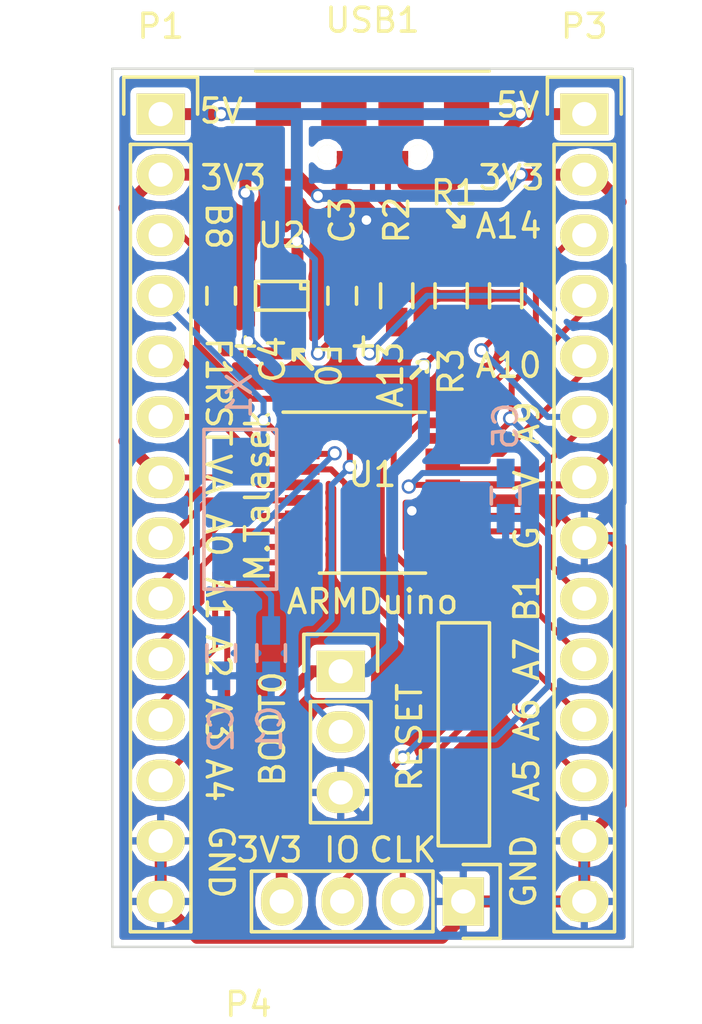
<source format=kicad_pcb>
(kicad_pcb (version 4) (host pcbnew 4.0.2+dfsg1-stable)

  (general
    (links 61)
    (no_connects 0)
    (area 129.997999 100.279999 151.942001 137.210001)
    (thickness 1.6)
    (drawings 51)
    (tracks 279)
    (zones 0)
    (modules 17)
    (nets 25)
  )

  (page A4)
  (layers
    (0 F.Cu signal)
    (31 B.Cu signal)
    (32 B.Adhes user)
    (33 F.Adhes user)
    (34 B.Paste user)
    (35 F.Paste user)
    (36 B.SilkS user)
    (37 F.SilkS user)
    (38 B.Mask user)
    (39 F.Mask user)
    (40 Dwgs.User user)
    (41 Cmts.User user)
    (42 Eco1.User user)
    (43 Eco2.User user)
    (44 Edge.Cuts user)
    (45 Margin user)
    (46 B.CrtYd user)
    (47 F.CrtYd user)
    (48 B.Fab user)
    (49 F.Fab user)
  )

  (setup
    (last_trace_width 0.5)
    (user_trace_width 0.2)
    (user_trace_width 0.3)
    (user_trace_width 0.4)
    (user_trace_width 0.5)
    (trace_clearance 0.2)
    (zone_clearance 0.25)
    (zone_45_only no)
    (trace_min 0.2)
    (segment_width 0.2)
    (edge_width 0.1)
    (via_size 0.6)
    (via_drill 0.4)
    (via_min_size 0.4)
    (via_min_drill 0.3)
    (user_via 0.6 0.4)
    (user_via 0.7 0.5)
    (user_via 0.8 0.6)
    (uvia_size 0.3)
    (uvia_drill 0.1)
    (uvias_allowed no)
    (uvia_min_size 0.2)
    (uvia_min_drill 0.1)
    (pcb_text_width 0.15)
    (pcb_text_size 1 1)
    (mod_edge_width 0.15)
    (mod_text_size 1 1)
    (mod_text_width 0.15)
    (pad_size 1.5 1.5)
    (pad_drill 0.6)
    (pad_to_mask_clearance 0)
    (aux_axis_origin 0 0)
    (visible_elements FFFEFE7F)
    (pcbplotparams
      (layerselection 0x00030_80000001)
      (usegerberextensions false)
      (excludeedgelayer true)
      (linewidth 0.100000)
      (plotframeref false)
      (viasonmask false)
      (mode 1)
      (useauxorigin false)
      (hpglpennumber 1)
      (hpglpenspeed 20)
      (hpglpendiameter 15)
      (hpglpenoverlay 2)
      (psnegative false)
      (psa4output false)
      (plotreference true)
      (plotvalue true)
      (plotinvisibletext false)
      (padsonsilk false)
      (subtractmaskfromsilk false)
      (outputformat 1)
      (mirror false)
      (drillshape 1)
      (scaleselection 1)
      (outputdirectory ""))
  )

  (net 0 "")
  (net 1 GND)
  (net 2 "Net-(C1-Pad2)")
  (net 3 "Net-(C2-Pad2)")
  (net 4 +5V)
  (net 5 +3V3)
  (net 6 "Net-(P1-Pad3)")
  (net 7 "Net-(P1-Pad6)")
  (net 8 "Net-(P1-Pad8)")
  (net 9 "Net-(P1-Pad9)")
  (net 10 "Net-(P1-Pad10)")
  (net 11 "Net-(P1-Pad11)")
  (net 12 "Net-(P1-Pad12)")
  (net 13 "Net-(P2-Pad2)")
  (net 14 "Net-(P2-Pad3)")
  (net 15 "Net-(P3-Pad5)")
  (net 16 "Net-(P3-Pad6)")
  (net 17 "Net-(P3-Pad9)")
  (net 18 "Net-(P3-Pad10)")
  (net 19 "Net-(P3-Pad11)")
  (net 20 "Net-(P3-Pad12)")
  (net 21 "Net-(R1-Pad1)")
  (net 22 "Net-(R2-Pad1)")
  (net 23 "Net-(U2-Pad4)")
  (net 24 "Net-(USB1-Pad4)")

  (net_class Default "This is the default net class."
    (clearance 0.2)
    (trace_width 0.25)
    (via_dia 0.6)
    (via_drill 0.4)
    (uvia_dia 0.3)
    (uvia_drill 0.1)
    (add_net +3V3)
    (add_net +5V)
    (add_net GND)
    (add_net "Net-(C1-Pad2)")
    (add_net "Net-(C2-Pad2)")
    (add_net "Net-(P1-Pad10)")
    (add_net "Net-(P1-Pad11)")
    (add_net "Net-(P1-Pad12)")
    (add_net "Net-(P1-Pad3)")
    (add_net "Net-(P1-Pad6)")
    (add_net "Net-(P1-Pad8)")
    (add_net "Net-(P1-Pad9)")
    (add_net "Net-(P2-Pad2)")
    (add_net "Net-(P2-Pad3)")
    (add_net "Net-(P3-Pad10)")
    (add_net "Net-(P3-Pad11)")
    (add_net "Net-(P3-Pad12)")
    (add_net "Net-(P3-Pad5)")
    (add_net "Net-(P3-Pad6)")
    (add_net "Net-(P3-Pad9)")
    (add_net "Net-(R1-Pad1)")
    (add_net "Net-(R2-Pad1)")
    (add_net "Net-(U2-Pad4)")
    (add_net "Net-(USB1-Pad4)")
  )

  (module Capacitors_SMD:C_0603_HandSoldering (layer B.Cu) (tedit 56E47476) (tstamp 56E4912D)
    (at 136.7155 124.841 90)
    (descr "Capacitor SMD 0603, hand soldering")
    (tags "capacitor 0603")
    (path /56E2C107)
    (attr smd)
    (fp_text reference C1 (at -3.175 -0.0635 90) (layer B.SilkS)
      (effects (font (size 1 1) (thickness 0.15)) (justify mirror))
    )
    (fp_text value 10p (at 0 -1.9 90) (layer B.Fab)
      (effects (font (size 1 1) (thickness 0.15)) (justify mirror))
    )
    (fp_line (start -1.85 0.75) (end 1.85 0.75) (layer B.CrtYd) (width 0.05))
    (fp_line (start -1.85 -0.75) (end 1.85 -0.75) (layer B.CrtYd) (width 0.05))
    (fp_line (start -1.85 0.75) (end -1.85 -0.75) (layer B.CrtYd) (width 0.05))
    (fp_line (start 1.85 0.75) (end 1.85 -0.75) (layer B.CrtYd) (width 0.05))
    (fp_line (start -0.35 0.6) (end 0.35 0.6) (layer B.SilkS) (width 0.15))
    (fp_line (start 0.35 -0.6) (end -0.35 -0.6) (layer B.SilkS) (width 0.15))
    (pad 1 smd rect (at -0.95 0 90) (size 1.2 0.75) (layers B.Cu B.Paste B.Mask)
      (net 1 GND))
    (pad 2 smd rect (at 0.95 0 90) (size 1.2 0.75) (layers B.Cu B.Paste B.Mask)
      (net 2 "Net-(C1-Pad2)"))
    (model Capacitors_SMD.3dshapes/C_0603_HandSoldering.wrl
      (at (xyz 0 0 0))
      (scale (xyz 1 1 1))
      (rotate (xyz 0 0 0))
    )
  )

  (module Capacitors_SMD:C_0603_HandSoldering (layer B.Cu) (tedit 56E4746C) (tstamp 56E49139)
    (at 134.62 124.841 90)
    (descr "Capacitor SMD 0603, hand soldering")
    (tags "capacitor 0603")
    (path /56E2C162)
    (attr smd)
    (fp_text reference C2 (at -3.175 0 90) (layer B.SilkS)
      (effects (font (size 1 1) (thickness 0.15)) (justify mirror))
    )
    (fp_text value 10p (at 0 -1.9 90) (layer B.Fab)
      (effects (font (size 1 1) (thickness 0.15)) (justify mirror))
    )
    (fp_line (start -1.85 0.75) (end 1.85 0.75) (layer B.CrtYd) (width 0.05))
    (fp_line (start -1.85 -0.75) (end 1.85 -0.75) (layer B.CrtYd) (width 0.05))
    (fp_line (start -1.85 0.75) (end -1.85 -0.75) (layer B.CrtYd) (width 0.05))
    (fp_line (start 1.85 0.75) (end 1.85 -0.75) (layer B.CrtYd) (width 0.05))
    (fp_line (start -0.35 0.6) (end 0.35 0.6) (layer B.SilkS) (width 0.15))
    (fp_line (start 0.35 -0.6) (end -0.35 -0.6) (layer B.SilkS) (width 0.15))
    (pad 1 smd rect (at -0.95 0 90) (size 1.2 0.75) (layers B.Cu B.Paste B.Mask)
      (net 1 GND))
    (pad 2 smd rect (at 0.95 0 90) (size 1.2 0.75) (layers B.Cu B.Paste B.Mask)
      (net 3 "Net-(C2-Pad2)"))
    (model Capacitors_SMD.3dshapes/C_0603_HandSoldering.wrl
      (at (xyz 0 0 0))
      (scale (xyz 1 1 1))
      (rotate (xyz 0 0 0))
    )
  )

  (module Capacitors_SMD:C_0603_HandSoldering (layer F.Cu) (tedit 56E2EE95) (tstamp 56E49145)
    (at 139.7 109.855 90)
    (descr "Capacitor SMD 0603, hand soldering")
    (tags "capacitor 0603")
    (path /56E2D2AD)
    (attr smd)
    (fp_text reference C3 (at 3.175 0 90) (layer F.SilkS)
      (effects (font (size 1 1) (thickness 0.15)))
    )
    (fp_text value 4u7 (at 0 1.9 90) (layer F.Fab)
      (effects (font (size 1 1) (thickness 0.15)))
    )
    (fp_line (start -1.85 -0.75) (end 1.85 -0.75) (layer F.CrtYd) (width 0.05))
    (fp_line (start -1.85 0.75) (end 1.85 0.75) (layer F.CrtYd) (width 0.05))
    (fp_line (start -1.85 -0.75) (end -1.85 0.75) (layer F.CrtYd) (width 0.05))
    (fp_line (start 1.85 -0.75) (end 1.85 0.75) (layer F.CrtYd) (width 0.05))
    (fp_line (start -0.35 -0.6) (end 0.35 -0.6) (layer F.SilkS) (width 0.15))
    (fp_line (start 0.35 0.6) (end -0.35 0.6) (layer F.SilkS) (width 0.15))
    (pad 1 smd rect (at -0.95 0 90) (size 1.2 0.75) (layers F.Cu F.Paste F.Mask)
      (net 4 +5V))
    (pad 2 smd rect (at 0.95 0 90) (size 1.2 0.75) (layers F.Cu F.Paste F.Mask)
      (net 1 GND))
    (model Capacitors_SMD.3dshapes/C_0603_HandSoldering.wrl
      (at (xyz 0 0 0))
      (scale (xyz 1 1 1))
      (rotate (xyz 0 0 0))
    )
  )

  (module Capacitors_SMD:C_0603_HandSoldering (layer F.Cu) (tedit 56E47D42) (tstamp 56E49151)
    (at 134.62 109.855 90)
    (descr "Capacitor SMD 0603, hand soldering")
    (tags "capacitor 0603")
    (path /56E2D1EE)
    (attr smd)
    (fp_text reference C4 (at -2.667 2.159 90) (layer F.SilkS)
      (effects (font (size 1 1) (thickness 0.15)))
    )
    (fp_text value 4u7 (at 0 1.9 90) (layer F.Fab)
      (effects (font (size 1 1) (thickness 0.15)))
    )
    (fp_line (start -1.85 -0.75) (end 1.85 -0.75) (layer F.CrtYd) (width 0.05))
    (fp_line (start -1.85 0.75) (end 1.85 0.75) (layer F.CrtYd) (width 0.05))
    (fp_line (start -1.85 -0.75) (end -1.85 0.75) (layer F.CrtYd) (width 0.05))
    (fp_line (start 1.85 -0.75) (end 1.85 0.75) (layer F.CrtYd) (width 0.05))
    (fp_line (start -0.35 -0.6) (end 0.35 -0.6) (layer F.SilkS) (width 0.15))
    (fp_line (start 0.35 0.6) (end -0.35 0.6) (layer F.SilkS) (width 0.15))
    (pad 1 smd rect (at -0.95 0 90) (size 1.2 0.75) (layers F.Cu F.Paste F.Mask)
      (net 5 +3V3))
    (pad 2 smd rect (at 0.95 0 90) (size 1.2 0.75) (layers F.Cu F.Paste F.Mask)
      (net 1 GND))
    (model Capacitors_SMD.3dshapes/C_0603_HandSoldering.wrl
      (at (xyz 0 0 0))
      (scale (xyz 1 1 1))
      (rotate (xyz 0 0 0))
    )
  )

  (module Capacitors_SMD:C_0603_HandSoldering (layer B.Cu) (tedit 56E47459) (tstamp 56E4915D)
    (at 146.558 118.237 90)
    (descr "Capacitor SMD 0603, hand soldering")
    (tags "capacitor 0603")
    (path /56E30950)
    (attr smd)
    (fp_text reference C5 (at 2.921 0 90) (layer B.SilkS)
      (effects (font (size 1 1) (thickness 0.15)) (justify mirror))
    )
    (fp_text value 100n (at 0 -1.9 90) (layer B.Fab)
      (effects (font (size 1 1) (thickness 0.15)) (justify mirror))
    )
    (fp_line (start -1.85 0.75) (end 1.85 0.75) (layer B.CrtYd) (width 0.05))
    (fp_line (start -1.85 -0.75) (end 1.85 -0.75) (layer B.CrtYd) (width 0.05))
    (fp_line (start -1.85 0.75) (end -1.85 -0.75) (layer B.CrtYd) (width 0.05))
    (fp_line (start 1.85 0.75) (end 1.85 -0.75) (layer B.CrtYd) (width 0.05))
    (fp_line (start -0.35 0.6) (end 0.35 0.6) (layer B.SilkS) (width 0.15))
    (fp_line (start 0.35 -0.6) (end -0.35 -0.6) (layer B.SilkS) (width 0.15))
    (pad 1 smd rect (at -0.95 0 90) (size 1.2 0.75) (layers B.Cu B.Paste B.Mask)
      (net 1 GND))
    (pad 2 smd rect (at 0.95 0 90) (size 1.2 0.75) (layers B.Cu B.Paste B.Mask)
      (net 5 +3V3))
    (model Capacitors_SMD.3dshapes/C_0603_HandSoldering.wrl
      (at (xyz 0 0 0))
      (scale (xyz 1 1 1))
      (rotate (xyz 0 0 0))
    )
  )

  (module Pin_Headers:Pin_Header_Straight_1x14 (layer F.Cu) (tedit 56E47998) (tstamp 56E4917A)
    (at 132.08 102.235)
    (descr "Through hole pin header")
    (tags "pin header")
    (path /56E1F99E)
    (fp_text reference P1 (at 0 -3.683) (layer F.SilkS)
      (effects (font (size 1 1) (thickness 0.15)))
    )
    (fp_text value CONN_01X14 (at 0 -3.1) (layer F.Fab)
      (effects (font (size 1 1) (thickness 0.15)))
    )
    (fp_line (start -1.75 -1.75) (end -1.75 34.8) (layer F.CrtYd) (width 0.05))
    (fp_line (start 1.75 -1.75) (end 1.75 34.8) (layer F.CrtYd) (width 0.05))
    (fp_line (start -1.75 -1.75) (end 1.75 -1.75) (layer F.CrtYd) (width 0.05))
    (fp_line (start -1.75 34.8) (end 1.75 34.8) (layer F.CrtYd) (width 0.05))
    (fp_line (start -1.27 1.27) (end -1.27 34.29) (layer F.SilkS) (width 0.15))
    (fp_line (start -1.27 34.29) (end 1.27 34.29) (layer F.SilkS) (width 0.15))
    (fp_line (start 1.27 34.29) (end 1.27 1.27) (layer F.SilkS) (width 0.15))
    (fp_line (start 1.55 -1.55) (end 1.55 0) (layer F.SilkS) (width 0.15))
    (fp_line (start 1.27 1.27) (end -1.27 1.27) (layer F.SilkS) (width 0.15))
    (fp_line (start -1.55 0) (end -1.55 -1.55) (layer F.SilkS) (width 0.15))
    (fp_line (start -1.55 -1.55) (end 1.55 -1.55) (layer F.SilkS) (width 0.15))
    (pad 1 thru_hole rect (at 0 0) (size 2.032 1.7272) (drill 1.016) (layers *.Cu *.Mask F.SilkS)
      (net 4 +5V))
    (pad 2 thru_hole oval (at 0 2.54) (size 2.032 1.7272) (drill 1.016) (layers *.Cu *.Mask F.SilkS)
      (net 5 +3V3))
    (pad 3 thru_hole oval (at 0 5.08) (size 2.032 1.7272) (drill 1.016) (layers *.Cu *.Mask F.SilkS)
      (net 6 "Net-(P1-Pad3)"))
    (pad 4 thru_hole oval (at 0 7.62) (size 2.032 1.7272) (drill 1.016) (layers *.Cu *.Mask F.SilkS)
      (net 3 "Net-(C2-Pad2)"))
    (pad 5 thru_hole oval (at 0 10.16) (size 2.032 1.7272) (drill 1.016) (layers *.Cu *.Mask F.SilkS)
      (net 2 "Net-(C1-Pad2)"))
    (pad 6 thru_hole oval (at 0 12.7) (size 2.032 1.7272) (drill 1.016) (layers *.Cu *.Mask F.SilkS)
      (net 7 "Net-(P1-Pad6)"))
    (pad 7 thru_hole oval (at 0 15.24) (size 2.032 1.7272) (drill 1.016) (layers *.Cu *.Mask F.SilkS)
      (net 5 +3V3))
    (pad 8 thru_hole oval (at 0 17.78) (size 2.032 1.7272) (drill 1.016) (layers *.Cu *.Mask F.SilkS)
      (net 8 "Net-(P1-Pad8)"))
    (pad 9 thru_hole oval (at 0 20.32) (size 2.032 1.7272) (drill 1.016) (layers *.Cu *.Mask F.SilkS)
      (net 9 "Net-(P1-Pad9)"))
    (pad 10 thru_hole oval (at 0 22.86) (size 2.032 1.7272) (drill 1.016) (layers *.Cu *.Mask F.SilkS)
      (net 10 "Net-(P1-Pad10)"))
    (pad 11 thru_hole oval (at 0 25.4) (size 2.032 1.7272) (drill 1.016) (layers *.Cu *.Mask F.SilkS)
      (net 11 "Net-(P1-Pad11)"))
    (pad 12 thru_hole oval (at 0 27.94) (size 2.032 1.7272) (drill 1.016) (layers *.Cu *.Mask F.SilkS)
      (net 12 "Net-(P1-Pad12)"))
    (pad 13 thru_hole oval (at 0 30.48) (size 2.032 1.7272) (drill 1.016) (layers *.Cu *.Mask F.SilkS)
      (net 1 GND))
    (pad 14 thru_hole oval (at 0 33.02) (size 2.032 1.7272) (drill 1.016) (layers *.Cu *.Mask F.SilkS)
      (net 1 GND))
    (model Pin_Headers.3dshapes/Pin_Header_Straight_1x14.wrl
      (at (xyz 0 -0.65 0))
      (scale (xyz 1 1 1))
      (rotate (xyz 0 0 90))
    )
  )

  (module Pin_Headers:Pin_Header_Straight_1x04 (layer F.Cu) (tedit 0) (tstamp 56E4918D)
    (at 144.78 135.255 270)
    (descr "Through hole pin header")
    (tags "pin header")
    (path /56DF4DE3)
    (fp_text reference P2 (at 0 -5.1 270) (layer F.SilkS)
      (effects (font (size 1 1) (thickness 0.15)))
    )
    (fp_text value CONN_01X04 (at 0 -3.1 270) (layer F.Fab)
      (effects (font (size 1 1) (thickness 0.15)))
    )
    (fp_line (start -1.75 -1.75) (end -1.75 9.4) (layer F.CrtYd) (width 0.05))
    (fp_line (start 1.75 -1.75) (end 1.75 9.4) (layer F.CrtYd) (width 0.05))
    (fp_line (start -1.75 -1.75) (end 1.75 -1.75) (layer F.CrtYd) (width 0.05))
    (fp_line (start -1.75 9.4) (end 1.75 9.4) (layer F.CrtYd) (width 0.05))
    (fp_line (start -1.27 1.27) (end -1.27 8.89) (layer F.SilkS) (width 0.15))
    (fp_line (start 1.27 1.27) (end 1.27 8.89) (layer F.SilkS) (width 0.15))
    (fp_line (start 1.55 -1.55) (end 1.55 0) (layer F.SilkS) (width 0.15))
    (fp_line (start -1.27 8.89) (end 1.27 8.89) (layer F.SilkS) (width 0.15))
    (fp_line (start 1.27 1.27) (end -1.27 1.27) (layer F.SilkS) (width 0.15))
    (fp_line (start -1.55 0) (end -1.55 -1.55) (layer F.SilkS) (width 0.15))
    (fp_line (start -1.55 -1.55) (end 1.55 -1.55) (layer F.SilkS) (width 0.15))
    (pad 1 thru_hole rect (at 0 0 270) (size 2.032 1.7272) (drill 1.016) (layers *.Cu *.Mask F.SilkS)
      (net 1 GND))
    (pad 2 thru_hole oval (at 0 2.54 270) (size 2.032 1.7272) (drill 1.016) (layers *.Cu *.Mask F.SilkS)
      (net 13 "Net-(P2-Pad2)"))
    (pad 3 thru_hole oval (at 0 5.08 270) (size 2.032 1.7272) (drill 1.016) (layers *.Cu *.Mask F.SilkS)
      (net 14 "Net-(P2-Pad3)"))
    (pad 4 thru_hole oval (at 0 7.62 270) (size 2.032 1.7272) (drill 1.016) (layers *.Cu *.Mask F.SilkS)
      (net 5 +3V3))
    (model Pin_Headers.3dshapes/Pin_Header_Straight_1x04.wrl
      (at (xyz 0 -0.15 0))
      (scale (xyz 1 1 1))
      (rotate (xyz 0 0 90))
    )
  )

  (module Pin_Headers:Pin_Header_Straight_1x14 (layer F.Cu) (tedit 56E4799E) (tstamp 56E491AA)
    (at 149.86 102.235)
    (descr "Through hole pin header")
    (tags "pin header")
    (path /56E1F881)
    (fp_text reference P3 (at 0 -3.683) (layer F.SilkS)
      (effects (font (size 1 1) (thickness 0.15)))
    )
    (fp_text value CONN_01X14 (at 0 -3.1) (layer F.Fab)
      (effects (font (size 1 1) (thickness 0.15)))
    )
    (fp_line (start -1.75 -1.75) (end -1.75 34.8) (layer F.CrtYd) (width 0.05))
    (fp_line (start 1.75 -1.75) (end 1.75 34.8) (layer F.CrtYd) (width 0.05))
    (fp_line (start -1.75 -1.75) (end 1.75 -1.75) (layer F.CrtYd) (width 0.05))
    (fp_line (start -1.75 34.8) (end 1.75 34.8) (layer F.CrtYd) (width 0.05))
    (fp_line (start -1.27 1.27) (end -1.27 34.29) (layer F.SilkS) (width 0.15))
    (fp_line (start -1.27 34.29) (end 1.27 34.29) (layer F.SilkS) (width 0.15))
    (fp_line (start 1.27 34.29) (end 1.27 1.27) (layer F.SilkS) (width 0.15))
    (fp_line (start 1.55 -1.55) (end 1.55 0) (layer F.SilkS) (width 0.15))
    (fp_line (start 1.27 1.27) (end -1.27 1.27) (layer F.SilkS) (width 0.15))
    (fp_line (start -1.55 0) (end -1.55 -1.55) (layer F.SilkS) (width 0.15))
    (fp_line (start -1.55 -1.55) (end 1.55 -1.55) (layer F.SilkS) (width 0.15))
    (pad 1 thru_hole rect (at 0 0) (size 2.032 1.7272) (drill 1.016) (layers *.Cu *.Mask F.SilkS)
      (net 4 +5V))
    (pad 2 thru_hole oval (at 0 2.54) (size 2.032 1.7272) (drill 1.016) (layers *.Cu *.Mask F.SilkS)
      (net 5 +3V3))
    (pad 3 thru_hole oval (at 0 5.08) (size 2.032 1.7272) (drill 1.016) (layers *.Cu *.Mask F.SilkS)
      (net 13 "Net-(P2-Pad2)"))
    (pad 4 thru_hole oval (at 0 7.62) (size 2.032 1.7272) (drill 1.016) (layers *.Cu *.Mask F.SilkS)
      (net 14 "Net-(P2-Pad3)"))
    (pad 5 thru_hole oval (at 0 10.16) (size 2.032 1.7272) (drill 1.016) (layers *.Cu *.Mask F.SilkS)
      (net 15 "Net-(P3-Pad5)"))
    (pad 6 thru_hole oval (at 0 12.7) (size 2.032 1.7272) (drill 1.016) (layers *.Cu *.Mask F.SilkS)
      (net 16 "Net-(P3-Pad6)"))
    (pad 7 thru_hole oval (at 0 15.24) (size 2.032 1.7272) (drill 1.016) (layers *.Cu *.Mask F.SilkS)
      (net 5 +3V3))
    (pad 8 thru_hole oval (at 0 17.78) (size 2.032 1.7272) (drill 1.016) (layers *.Cu *.Mask F.SilkS)
      (net 1 GND))
    (pad 9 thru_hole oval (at 0 20.32) (size 2.032 1.7272) (drill 1.016) (layers *.Cu *.Mask F.SilkS)
      (net 17 "Net-(P3-Pad9)"))
    (pad 10 thru_hole oval (at 0 22.86) (size 2.032 1.7272) (drill 1.016) (layers *.Cu *.Mask F.SilkS)
      (net 18 "Net-(P3-Pad10)"))
    (pad 11 thru_hole oval (at 0 25.4) (size 2.032 1.7272) (drill 1.016) (layers *.Cu *.Mask F.SilkS)
      (net 19 "Net-(P3-Pad11)"))
    (pad 12 thru_hole oval (at 0 27.94) (size 2.032 1.7272) (drill 1.016) (layers *.Cu *.Mask F.SilkS)
      (net 20 "Net-(P3-Pad12)"))
    (pad 13 thru_hole oval (at 0 30.48) (size 2.032 1.7272) (drill 1.016) (layers *.Cu *.Mask F.SilkS)
      (net 1 GND))
    (pad 14 thru_hole oval (at 0 33.02) (size 2.032 1.7272) (drill 1.016) (layers *.Cu *.Mask F.SilkS)
      (net 1 GND))
    (model Pin_Headers.3dshapes/Pin_Header_Straight_1x14.wrl
      (at (xyz 0 -0.65 0))
      (scale (xyz 1 1 1))
      (rotate (xyz 0 0 90))
    )
  )

  (module Pin_Headers:Pin_Header_Straight_1x03 (layer F.Cu) (tedit 56E47E57) (tstamp 56E491BC)
    (at 139.6365 125.603)
    (descr "Through hole pin header")
    (tags "pin header")
    (path /56E2D415)
    (fp_text reference P4 (at -3.8735 13.97) (layer F.SilkS)
      (effects (font (size 1 1) (thickness 0.15)))
    )
    (fp_text value CONN_01X03 (at 0 -3.1) (layer F.Fab)
      (effects (font (size 1 1) (thickness 0.15)))
    )
    (fp_line (start -1.75 -1.75) (end -1.75 6.85) (layer F.CrtYd) (width 0.05))
    (fp_line (start 1.75 -1.75) (end 1.75 6.85) (layer F.CrtYd) (width 0.05))
    (fp_line (start -1.75 -1.75) (end 1.75 -1.75) (layer F.CrtYd) (width 0.05))
    (fp_line (start -1.75 6.85) (end 1.75 6.85) (layer F.CrtYd) (width 0.05))
    (fp_line (start -1.27 1.27) (end -1.27 6.35) (layer F.SilkS) (width 0.15))
    (fp_line (start -1.27 6.35) (end 1.27 6.35) (layer F.SilkS) (width 0.15))
    (fp_line (start 1.27 6.35) (end 1.27 1.27) (layer F.SilkS) (width 0.15))
    (fp_line (start 1.55 -1.55) (end 1.55 0) (layer F.SilkS) (width 0.15))
    (fp_line (start 1.27 1.27) (end -1.27 1.27) (layer F.SilkS) (width 0.15))
    (fp_line (start -1.55 0) (end -1.55 -1.55) (layer F.SilkS) (width 0.15))
    (fp_line (start -1.55 -1.55) (end 1.55 -1.55) (layer F.SilkS) (width 0.15))
    (pad 1 thru_hole rect (at 0 0) (size 2.032 1.7272) (drill 1.016) (layers *.Cu *.Mask F.SilkS)
      (net 5 +3V3))
    (pad 2 thru_hole oval (at 0 2.54) (size 2.032 1.7272) (drill 1.016) (layers *.Cu *.Mask F.SilkS)
      (net 6 "Net-(P1-Pad3)"))
    (pad 3 thru_hole oval (at 0 5.08) (size 2.032 1.7272) (drill 1.016) (layers *.Cu *.Mask F.SilkS)
      (net 1 GND))
    (model Pin_Headers.3dshapes/Pin_Header_Straight_1x03.wrl
      (at (xyz 0 -0.1 0))
      (scale (xyz 1 1 1))
      (rotate (xyz 0 0 90))
    )
  )

  (module Resistors_SMD:R_0603_HandSoldering (layer F.Cu) (tedit 56E47E04) (tstamp 56E491C8)
    (at 146.558 109.855 270)
    (descr "Resistor SMD 0603, hand soldering")
    (tags "resistor 0603")
    (path /56E2EDE2)
    (attr smd)
    (fp_text reference R1 (at -4.318 2.159 360) (layer F.SilkS)
      (effects (font (size 1 1) (thickness 0.15)))
    )
    (fp_text value 27R (at 0 1.9 270) (layer F.Fab)
      (effects (font (size 1 1) (thickness 0.15)))
    )
    (fp_line (start -2 -0.8) (end 2 -0.8) (layer F.CrtYd) (width 0.05))
    (fp_line (start -2 0.8) (end 2 0.8) (layer F.CrtYd) (width 0.05))
    (fp_line (start -2 -0.8) (end -2 0.8) (layer F.CrtYd) (width 0.05))
    (fp_line (start 2 -0.8) (end 2 0.8) (layer F.CrtYd) (width 0.05))
    (fp_line (start 0.5 0.675) (end -0.5 0.675) (layer F.SilkS) (width 0.15))
    (fp_line (start -0.5 -0.675) (end 0.5 -0.675) (layer F.SilkS) (width 0.15))
    (pad 1 smd rect (at -1.1 0 270) (size 1.2 0.9) (layers F.Cu F.Paste F.Mask)
      (net 21 "Net-(R1-Pad1)"))
    (pad 2 smd rect (at 1.1 0 270) (size 1.2 0.9) (layers F.Cu F.Paste F.Mask)
      (net 16 "Net-(P3-Pad6)"))
    (model Resistors_SMD.3dshapes/R_0603_HandSoldering.wrl
      (at (xyz 0 0 0))
      (scale (xyz 1 1 1))
      (rotate (xyz 0 0 0))
    )
  )

  (module Resistors_SMD:R_0603_HandSoldering (layer F.Cu) (tedit 56E2EEAE) (tstamp 56E491D4)
    (at 141.986 109.855 270)
    (descr "Resistor SMD 0603, hand soldering")
    (tags "resistor 0603")
    (path /56E2EE17)
    (attr smd)
    (fp_text reference R2 (at -3.175 0 270) (layer F.SilkS)
      (effects (font (size 1 1) (thickness 0.15)))
    )
    (fp_text value 27R (at 0 1.9 270) (layer F.Fab)
      (effects (font (size 1 1) (thickness 0.15)))
    )
    (fp_line (start -2 -0.8) (end 2 -0.8) (layer F.CrtYd) (width 0.05))
    (fp_line (start -2 0.8) (end 2 0.8) (layer F.CrtYd) (width 0.05))
    (fp_line (start -2 -0.8) (end -2 0.8) (layer F.CrtYd) (width 0.05))
    (fp_line (start 2 -0.8) (end 2 0.8) (layer F.CrtYd) (width 0.05))
    (fp_line (start 0.5 0.675) (end -0.5 0.675) (layer F.SilkS) (width 0.15))
    (fp_line (start -0.5 -0.675) (end 0.5 -0.675) (layer F.SilkS) (width 0.15))
    (pad 1 smd rect (at -1.1 0 270) (size 1.2 0.9) (layers F.Cu F.Paste F.Mask)
      (net 22 "Net-(R2-Pad1)"))
    (pad 2 smd rect (at 1.1 0 270) (size 1.2 0.9) (layers F.Cu F.Paste F.Mask)
      (net 15 "Net-(P3-Pad5)"))
    (model Resistors_SMD.3dshapes/R_0603_HandSoldering.wrl
      (at (xyz 0 0 0))
      (scale (xyz 1 1 1))
      (rotate (xyz 0 0 0))
    )
  )

  (module Resistors_SMD:R_0603_HandSoldering (layer F.Cu) (tedit 56E2EF68) (tstamp 56E491E0)
    (at 144.272 109.855 270)
    (descr "Resistor SMD 0603, hand soldering")
    (tags "resistor 0603")
    (path /56E2F3D7)
    (attr smd)
    (fp_text reference R3 (at 3.175 0 270) (layer F.SilkS)
      (effects (font (size 1 1) (thickness 0.15)))
    )
    (fp_text value 1k5 (at 0 1.9 270) (layer F.Fab)
      (effects (font (size 1 1) (thickness 0.15)))
    )
    (fp_line (start -2 -0.8) (end 2 -0.8) (layer F.CrtYd) (width 0.05))
    (fp_line (start -2 0.8) (end 2 0.8) (layer F.CrtYd) (width 0.05))
    (fp_line (start -2 -0.8) (end -2 0.8) (layer F.CrtYd) (width 0.05))
    (fp_line (start 2 -0.8) (end 2 0.8) (layer F.CrtYd) (width 0.05))
    (fp_line (start 0.5 0.675) (end -0.5 0.675) (layer F.SilkS) (width 0.15))
    (fp_line (start -0.5 -0.675) (end 0.5 -0.675) (layer F.SilkS) (width 0.15))
    (pad 1 smd rect (at -1.1 0 270) (size 1.2 0.9) (layers F.Cu F.Paste F.Mask)
      (net 22 "Net-(R2-Pad1)"))
    (pad 2 smd rect (at 1.1 0 270) (size 1.2 0.9) (layers F.Cu F.Paste F.Mask)
      (net 5 +3V3))
    (model Resistors_SMD.3dshapes/R_0603_HandSoldering.wrl
      (at (xyz 0 0 0))
      (scale (xyz 1 1 1))
      (rotate (xyz 0 0 0))
    )
  )

  (module smt-other:MICROSWITCH-3x6 (layer F.Cu) (tedit 56E47FC8) (tstamp 56E491EE)
    (at 144.78 128.27 270)
    (path /56DF5011)
    (fp_text reference RESET (at 0.1 2.25 270) (layer F.SilkS)
      (effects (font (size 1 1) (thickness 0.15)))
    )
    (fp_text value RESET (at 0 -2.3 270) (layer F.Fab)
      (effects (font (size 1 1) (thickness 0.15)))
    )
    (fp_line (start -4.55 1.05) (end -4.7 1.05) (layer F.SilkS) (width 0.15))
    (fp_line (start 4.5 1.05) (end 4.65 1.05) (layer F.SilkS) (width 0.15))
    (fp_line (start 4.5 -1.1) (end 4.65 -1.1) (layer F.SilkS) (width 0.15))
    (fp_line (start 4.3 -1.1) (end 4.5 -1.1) (layer F.SilkS) (width 0.15))
    (fp_line (start -4.7 -1.1) (end 4.3 -1.1) (layer F.SilkS) (width 0.15))
    (fp_line (start 4.65 -1.1) (end 4.65 1) (layer F.SilkS) (width 0.15))
    (fp_line (start 4.5 1.05) (end -4.55 1.05) (layer F.SilkS) (width 0.15))
    (fp_line (start -4.7 1) (end -4.7 -1.1) (layer F.SilkS) (width 0.15))
    (pad 1 smd rect (at -3.05 0 270) (size 2.7 1.2) (layers F.Cu F.Paste F.Mask)
      (net 7 "Net-(P1-Pad6)"))
    (pad 2 smd rect (at 3.05 0 270) (size 2.7 1.2) (layers F.Cu F.Paste F.Mask)
      (net 1 GND))
  )

  (module Housings_SSOP:TSSOP-20_4.4x6.5mm_Pitch0.65mm (layer F.Cu) (tedit 56E47F22) (tstamp 56E4920C)
    (at 140.97 118.11)
    (descr "20-Lead Plastic Thin Shrink Small Outline (ST)-4.4 mm Body [TSSOP] (see Microchip Packaging Specification 00000049BS.pdf)")
    (tags "SSOP 0.65")
    (path /56DF4ABB)
    (attr smd)
    (fp_text reference U1 (at 0 -0.762) (layer F.SilkS)
      (effects (font (size 1 1) (thickness 0.15)))
    )
    (fp_text value STM32F042F6P6 (at 0 4.3) (layer F.Fab)
      (effects (font (size 1 1) (thickness 0.15)))
    )
    (fp_line (start -3.95 -3.55) (end -3.95 3.55) (layer F.CrtYd) (width 0.05))
    (fp_line (start 3.95 -3.55) (end 3.95 3.55) (layer F.CrtYd) (width 0.05))
    (fp_line (start -3.95 -3.55) (end 3.95 -3.55) (layer F.CrtYd) (width 0.05))
    (fp_line (start -3.95 3.55) (end 3.95 3.55) (layer F.CrtYd) (width 0.05))
    (fp_line (start -2.225 3.375) (end 2.225 3.375) (layer F.SilkS) (width 0.15))
    (fp_line (start -3.75 -3.375) (end 2.225 -3.375) (layer F.SilkS) (width 0.15))
    (pad 1 smd rect (at -2.95 -2.925) (size 1.45 0.45) (layers F.Cu F.Paste F.Mask)
      (net 6 "Net-(P1-Pad3)"))
    (pad 2 smd rect (at -2.95 -2.275) (size 1.45 0.45) (layers F.Cu F.Paste F.Mask)
      (net 3 "Net-(C2-Pad2)"))
    (pad 3 smd rect (at -2.95 -1.625) (size 1.45 0.45) (layers F.Cu F.Paste F.Mask)
      (net 2 "Net-(C1-Pad2)"))
    (pad 4 smd rect (at -2.95 -0.975) (size 1.45 0.45) (layers F.Cu F.Paste F.Mask)
      (net 7 "Net-(P1-Pad6)"))
    (pad 5 smd rect (at -2.95 -0.325) (size 1.45 0.45) (layers F.Cu F.Paste F.Mask)
      (net 5 +3V3))
    (pad 6 smd rect (at -2.95 0.325) (size 1.45 0.45) (layers F.Cu F.Paste F.Mask)
      (net 8 "Net-(P1-Pad8)"))
    (pad 7 smd rect (at -2.95 0.975) (size 1.45 0.45) (layers F.Cu F.Paste F.Mask)
      (net 9 "Net-(P1-Pad9)"))
    (pad 8 smd rect (at -2.95 1.625) (size 1.45 0.45) (layers F.Cu F.Paste F.Mask)
      (net 10 "Net-(P1-Pad10)"))
    (pad 9 smd rect (at -2.95 2.275) (size 1.45 0.45) (layers F.Cu F.Paste F.Mask)
      (net 11 "Net-(P1-Pad11)"))
    (pad 10 smd rect (at -2.95 2.925) (size 1.45 0.45) (layers F.Cu F.Paste F.Mask)
      (net 12 "Net-(P1-Pad12)"))
    (pad 11 smd rect (at 2.95 2.925) (size 1.45 0.45) (layers F.Cu F.Paste F.Mask)
      (net 20 "Net-(P3-Pad12)"))
    (pad 12 smd rect (at 2.95 2.275) (size 1.45 0.45) (layers F.Cu F.Paste F.Mask)
      (net 19 "Net-(P3-Pad11)"))
    (pad 13 smd rect (at 2.95 1.625) (size 1.45 0.45) (layers F.Cu F.Paste F.Mask)
      (net 18 "Net-(P3-Pad10)"))
    (pad 14 smd rect (at 2.95 0.975) (size 1.45 0.45) (layers F.Cu F.Paste F.Mask)
      (net 17 "Net-(P3-Pad9)"))
    (pad 15 smd rect (at 2.95 0.325) (size 1.45 0.45) (layers F.Cu F.Paste F.Mask)
      (net 1 GND))
    (pad 16 smd rect (at 2.95 -0.325) (size 1.45 0.45) (layers F.Cu F.Paste F.Mask)
      (net 5 +3V3))
    (pad 17 smd rect (at 2.95 -0.975) (size 1.45 0.45) (layers F.Cu F.Paste F.Mask)
      (net 16 "Net-(P3-Pad6)"))
    (pad 18 smd rect (at 2.95 -1.625) (size 1.45 0.45) (layers F.Cu F.Paste F.Mask)
      (net 15 "Net-(P3-Pad5)"))
    (pad 19 smd rect (at 2.95 -2.275) (size 1.45 0.45) (layers F.Cu F.Paste F.Mask)
      (net 14 "Net-(P2-Pad3)"))
    (pad 20 smd rect (at 2.95 -2.925) (size 1.45 0.45) (layers F.Cu F.Paste F.Mask)
      (net 13 "Net-(P2-Pad2)"))
    (model Housings_SSOP.3dshapes/TSSOP-20_4.4x6.5mm_Pitch0.65mm.wrl
      (at (xyz 0 0 0))
      (scale (xyz 1 1 1))
      (rotate (xyz 0 0 0))
    )
  )

  (module TO_SOT_Packages_SMD:SC-70-5 (layer F.Cu) (tedit 56E2EE7D) (tstamp 56E4921B)
    (at 137.16 109.855 180)
    (descr "SC70-5 SOT323-5")
    (path /56DF4F39)
    (attr smd)
    (fp_text reference U2 (at 0 2.54 180) (layer F.SilkS)
      (effects (font (size 1 1) (thickness 0.15)))
    )
    (fp_text value APE8865U5-33-HF-3 (at 3.175 -2.54 180) (layer F.Fab)
      (effects (font (size 1 1) (thickness 0.15)))
    )
    (fp_line (start -1.1 0.3) (end -0.8 0.3) (layer F.SilkS) (width 0.15))
    (fp_line (start -0.8 0.3) (end -0.8 0.6) (layer F.SilkS) (width 0.15))
    (fp_line (start 1.1 -0.6) (end -1.1 -0.6) (layer F.SilkS) (width 0.15))
    (fp_line (start -1.1 -0.6) (end -1.1 0.6) (layer F.SilkS) (width 0.15))
    (fp_line (start -1.1 0.6) (end 1.1 0.6) (layer F.SilkS) (width 0.15))
    (fp_line (start 1.1 0.6) (end 1.1 -0.6) (layer F.SilkS) (width 0.15))
    (pad 1 smd rect (at -0.6604 1.016 180) (size 0.4064 0.6604) (layers F.Cu F.Paste F.Mask)
      (net 4 +5V))
    (pad 3 smd rect (at 0.6604 1.016 180) (size 0.4064 0.6604) (layers F.Cu F.Paste F.Mask)
      (net 4 +5V))
    (pad 2 smd rect (at 0 1.016 180) (size 0.4064 0.6604) (layers F.Cu F.Paste F.Mask)
      (net 1 GND))
    (pad 4 smd rect (at 0.6604 -1.016 180) (size 0.4064 0.6604) (layers F.Cu F.Paste F.Mask)
      (net 23 "Net-(U2-Pad4)"))
    (pad 5 smd rect (at -0.6604 -1.016 180) (size 0.4064 0.6604) (layers F.Cu F.Paste F.Mask)
      (net 5 +3V3))
    (model TO_SOT_Packages_SMD.3dshapes/SC-70-5.wrl
      (at (xyz 0 0 0))
      (scale (xyz 1 1 1))
      (rotate (xyz 0 0 0))
    )
  )

  (module smt-other:USB-MICRO-B-SMT (layer F.Cu) (tedit 56E479CD) (tstamp 56E4922B)
    (at 140.97 100.33 180)
    (descr http://pic.yupoo.com/wwf10/C9xsEnFz/GyBB.jpg)
    (tags "usb, micro")
    (path /56E205A6)
    (fp_text reference USB1 (at 0 2.032 180) (layer F.SilkS)
      (effects (font (size 1 1) (thickness 0.15)))
    )
    (fp_text value USB-MICRO-B (at 0 -5.75 180) (layer F.Fab)
      (effects (font (size 1 1) (thickness 0.15)))
    )
    (fp_line (start -4.9 -0.1) (end 4.9 -0.1) (layer F.SilkS) (width 0.15))
    (pad 1 smd rect (at -1.3 -4.125 180) (size 0.4 1.35) (layers F.Cu F.Paste F.Mask)
      (net 4 +5V))
    (pad 2 smd rect (at -0.65 -4.125 180) (size 0.4 1.35) (layers F.Cu F.Paste F.Mask)
      (net 21 "Net-(R1-Pad1)"))
    (pad 3 smd rect (at 0 -4.125 180) (size 0.4 1.35) (layers F.Cu F.Paste F.Mask)
      (net 22 "Net-(R2-Pad1)"))
    (pad 4 smd rect (at 0.65 -4.125 180) (size 0.4 1.35) (layers F.Cu F.Paste F.Mask)
      (net 24 "Net-(USB1-Pad4)"))
    (pad 5 smd rect (at 1.3 -4.125 180) (size 0.4 1.35) (layers F.Cu F.Paste F.Mask)
      (net 1 GND))
    (pad "" np_thru_hole circle (at -1.9 -3.6 180) (size 0.8 0.8) (drill 0.8) (layers *.Cu *.Mask F.SilkS))
    (pad "" np_thru_hole circle (at 1.9 -3.6 180) (size 0.8 0.8) (drill 0.8) (layers *.Cu *.Mask F.SilkS))
    (pad "" smd rect (at -3.95 -1.45 180) (size 1.9 1.9) (layers F.Cu F.Paste F.Mask))
    (pad "" smd rect (at 3.95 -1.45 180) (size 1.9 1.9) (layers F.Cu F.Paste F.Mask))
    (pad "" smd rect (at -1.2 -1.45 180) (size 1.9 1.9) (layers F.Cu F.Paste F.Mask))
    (pad "" smd rect (at 1.2 -1.45 180) (size 1.9 1.9) (layers F.Cu F.Paste F.Mask))
  )

  (module smt-other:SMT_5032 (layer B.Cu) (tedit 56E47463) (tstamp 56E49235)
    (at 135.4455 118.8085 270)
    (path /56E2C00D)
    (fp_text reference X1 (at -4.7625 0.0635 270) (layer B.SilkS)
      (effects (font (size 1 1) (thickness 0.15)) (justify mirror))
    )
    (fp_text value 8.000Mhz (at -0.1 2.9 270) (layer B.Fab)
      (effects (font (size 1 1) (thickness 0.15)) (justify mirror))
    )
    (fp_line (start 3.35 -1.5) (end -3.35 -1.5) (layer B.SilkS) (width 0.15))
    (fp_line (start -3.35 1.55) (end 3.35 1.55) (layer B.SilkS) (width 0.15))
    (fp_line (start 3.35 1.55) (end 3.35 -1.45) (layer B.SilkS) (width 0.15))
    (fp_line (start -3.35 -1.5) (end -3.35 1.5) (layer B.SilkS) (width 0.15))
    (pad 1 smd rect (at -2 0 270) (size 2 2.4) (layers B.Cu B.Paste B.Mask)
      (net 3 "Net-(C2-Pad2)"))
    (pad 2 smd rect (at 2 0 270) (size 2 2.4) (layers B.Cu B.Paste B.Mask)
      (net 2 "Net-(C1-Pad2)"))
  )

  (gr_text BOOT0 (at 136.779 128.016 90) (layer F.SilkS)
    (effects (font (size 1 1) (thickness 0.15)))
  )
  (gr_line (start 143.256 112.649) (end 143.256 113.03) (angle 90) (layer F.SilkS) (width 0.2))
  (gr_line (start 142.875 112.649) (end 143.256 112.649) (angle 90) (layer F.SilkS) (width 0.2))
  (gr_line (start 143.256 112.649) (end 142.875 112.649) (angle 90) (layer F.SilkS) (width 0.2))
  (gr_line (start 142.621 113.284) (end 143.256 112.649) (angle 90) (layer F.SilkS) (width 0.2))
  (gr_text A13 (at 141.732 113.157 90) (layer F.SilkS)
    (effects (font (size 1 1) (thickness 0.15)))
  )
  (gr_line (start 138.049 112.522) (end 138.43 112.903) (angle 90) (layer F.SilkS) (width 0.2))
  (gr_line (start 137.668 112.141) (end 137.668 112.522) (angle 90) (layer F.SilkS) (width 0.2))
  (gr_line (start 138.049 112.141) (end 137.668 112.141) (angle 90) (layer F.SilkS) (width 0.2))
  (gr_line (start 137.668 112.141) (end 138.049 112.141) (angle 90) (layer F.SilkS) (width 0.2))
  (gr_line (start 138.049 112.522) (end 137.668 112.141) (angle 90) (layer F.SilkS) (width 0.2))
  (gr_text F0 (at 139.065 112.776 270) (layer F.SilkS)
    (effects (font (size 1 1) (thickness 0.15)))
  )
  (gr_text M.Talasek (at 136.144 118.237 90) (layer F.SilkS)
    (effects (font (size 1 1) (thickness 0.15)))
  )
  (gr_text ARMDuino (at 140.97 122.682) (layer F.SilkS)
    (effects (font (size 1 1) (thickness 0.15)))
  )
  (gr_line (start 144.78 106.934) (end 144.399 106.934) (angle 90) (layer F.SilkS) (width 0.2))
  (gr_line (start 144.78 106.553) (end 144.78 106.934) (angle 90) (layer F.SilkS) (width 0.2))
  (gr_line (start 144.78 106.934) (end 144.78 106.553) (angle 90) (layer F.SilkS) (width 0.2))
  (gr_line (start 144.145 106.299) (end 144.78 106.934) (angle 90) (layer F.SilkS) (width 0.2))
  (gr_text A14 (at 146.685 106.934) (layer F.SilkS)
    (effects (font (size 1 1) (thickness 0.15)))
  )
  (gr_text A10 (at 146.685 112.776) (layer F.SilkS)
    (effects (font (size 1 1) (thickness 0.15)))
  )
  (gr_text A9 (at 147.447 115.189 90) (layer F.SilkS)
    (effects (font (size 1 1) (thickness 0.15)))
  )
  (gr_text B8 (at 134.493 106.934 270) (layer F.SilkS)
    (effects (font (size 1 1) (thickness 0.15)))
  )
  (gr_text V (at 147.447 117.602 90) (layer F.SilkS)
    (effects (font (size 1 1) (thickness 0.15)))
  )
  (gr_text G (at 147.447 120.015 90) (layer F.SilkS)
    (effects (font (size 1 1) (thickness 0.15)))
  )
  (gr_text VA (at 134.493 117.348 270) (layer F.SilkS)
    (effects (font (size 1 1) (thickness 0.15)))
  )
  (gr_text B1 (at 147.447 122.555 90) (layer F.SilkS)
    (effects (font (size 1 1) (thickness 0.15)))
  )
  (gr_text A7 (at 147.447 125.095 90) (layer F.SilkS)
    (effects (font (size 1 1) (thickness 0.15)))
  )
  (gr_text A6 (at 147.447 127.635 90) (layer F.SilkS)
    (effects (font (size 1 1) (thickness 0.15)))
  )
  (gr_text A5 (at 147.447 130.175 90) (layer F.SilkS)
    (effects (font (size 1 1) (thickness 0.15)))
  )
  (gr_text A4 (at 134.493 130.175 270) (layer F.SilkS)
    (effects (font (size 1 1) (thickness 0.15)))
  )
  (gr_text A2 (at 134.493 124.968 270) (layer F.SilkS)
    (effects (font (size 1 1) (thickness 0.15)))
  )
  (gr_text A3 (at 134.493 127.635 270) (layer F.SilkS)
    (effects (font (size 1 1) (thickness 0.15)))
  )
  (gr_text A1 (at 134.493 122.555 270) (layer F.SilkS)
    (effects (font (size 1 1) (thickness 0.15)))
  )
  (gr_text A0 (at 134.493 119.888 270) (layer F.SilkS)
    (effects (font (size 1 1) (thickness 0.15)))
  )
  (gr_text RST (at 134.493 114.808 270) (layer F.SilkS)
    (effects (font (size 1 1) (thickness 0.15)))
  )
  (gr_text F1 (at 134.493 112.522 270) (layer F.SilkS)
    (effects (font (size 1 1) (thickness 0.15)))
  )
  (gr_text GND (at 134.62 133.604 270) (layer F.SilkS)
    (effects (font (size 1 1) (thickness 0.15)))
  )
  (gr_text 3V3 (at 146.812 104.902) (layer F.SilkS)
    (effects (font (size 1 1) (thickness 0.15)))
  )
  (gr_text 3V3 (at 135.128 104.902) (layer F.SilkS)
    (effects (font (size 1 1) (thickness 0.15)))
  )
  (gr_text 5V (at 147.066 101.854) (layer F.SilkS)
    (effects (font (size 1 1) (thickness 0.15)))
  )
  (gr_text 5V (at 134.62 102.108) (layer F.SilkS)
    (effects (font (size 1 1) (thickness 0.15)))
  )
  (gr_text IO (at 139.7 133.096) (layer F.SilkS)
    (effects (font (size 1 1) (thickness 0.15)))
  )
  (gr_text CLK (at 142.24 133.096) (layer F.SilkS)
    (effects (font (size 1 1) (thickness 0.15)))
  )
  (gr_text 3V3 (at 136.652 133.096) (layer F.SilkS)
    (effects (font (size 1 1) (thickness 0.15)))
  )
  (gr_text GND (at 147.32 133.985 90) (layer F.SilkS)
    (effects (font (size 1 1) (thickness 0.15)))
  )
  (gr_text + (at 140.589 111.887) (layer F.SilkS)
    (effects (font (size 1 1) (thickness 0.15)))
  )
  (gr_text + (at 135.636 111.887) (layer F.SilkS)
    (effects (font (size 1 1) (thickness 0.15)))
  )
  (gr_line (start 130.048 100.33) (end 151.892 100.33) (angle 90) (layer Edge.Cuts) (width 0.1))
  (gr_line (start 151.892 137.16) (end 130.048 137.16) (angle 90) (layer Edge.Cuts) (width 0.1))
  (gr_line (start 130.048 100.33) (end 130.048 137.16) (angle 90) (layer Edge.Cuts) (width 0.1))
  (gr_line (start 151.892 137.16) (end 151.892 100.33) (angle 90) (layer Edge.Cuts) (width 0.1))

  (segment (start 148.209 106.553) (end 148.6662 106.553) (width 0.3) (layer B.Cu) (net 1))
  (segment (start 148.6662 106.553) (end 149.1488 106.0704) (width 0.3) (layer B.Cu) (net 1) (tstamp 56E43E92))
  (segment (start 149.1488 106.0704) (end 150.876 106.0704) (width 0.3) (layer B.Cu) (net 1) (tstamp 56E43E96))
  (segment (start 150.876 106.0704) (end 151.384 106.5784) (width 0.3) (layer B.Cu) (net 1) (tstamp 56E43E9B))
  (segment (start 151.384 106.5784) (end 151.384 108.6104) (width 0.3) (layer B.Cu) (net 1) (tstamp 56E43E9F))
  (segment (start 148.209 106.553) (end 148.209 107.7722) (width 0.3) (layer B.Cu) (net 1))
  (segment (start 149.0472 108.6104) (end 151.384 108.6104) (width 0.3) (layer B.Cu) (net 1) (tstamp 56E43E81))
  (segment (start 148.209 107.7722) (end 149.0472 108.6104) (width 0.3) (layer B.Cu) (net 1) (tstamp 56E43E7C))
  (segment (start 136.7155 125.791) (end 134.62 125.791) (width 0.25) (layer B.Cu) (net 1))
  (segment (start 134.62 125.791) (end 134.62 132.715) (width 0.25) (layer B.Cu) (net 1) (tstamp 56E4067B))
  (segment (start 138.43 130.683) (end 139.573 130.683) (width 0.25) (layer B.Cu) (net 1))
  (segment (start 143.129 133.604) (end 144.78 135.255) (width 0.25) (layer B.Cu) (net 1) (tstamp 56E503E8))
  (segment (start 142.494 133.604) (end 143.129 133.604) (width 0.25) (layer B.Cu) (net 1) (tstamp 56E503E7))
  (segment (start 139.573 130.683) (end 142.494 133.604) (width 0.25) (layer B.Cu) (net 1) (tstamp 56E503E6))
  (segment (start 138.43 130.683) (end 136.652 130.683) (width 0.25) (layer B.Cu) (net 1))
  (segment (start 134.62 132.715) (end 132.08 132.715) (width 0.25) (layer B.Cu) (net 1) (tstamp 56E503E2))
  (segment (start 136.652 130.683) (end 134.62 132.715) (width 0.25) (layer B.Cu) (net 1) (tstamp 56E503E0))
  (segment (start 139.67 106.68) (end 140.716 106.68) (width 0.5) (layer F.Cu) (net 1))
  (segment (start 151.384 118.491) (end 149.86 120.015) (width 0.5) (layer B.Cu) (net 1) (tstamp 56E503C7))
  (segment (start 151.384 108.6104) (end 151.384 118.491) (width 0.5) (layer B.Cu) (net 1) (tstamp 56E43E8A))
  (segment (start 140.843 106.553) (end 148.209 106.553) (width 0.5) (layer B.Cu) (net 1) (tstamp 56E503C2))
  (segment (start 140.716 106.68) (end 140.843 106.553) (width 0.4) (layer B.Cu) (net 1) (tstamp 56E503C1))
  (via (at 140.716 106.68) (size 0.6) (drill 0.4) (layers F.Cu B.Cu) (net 1))
  (segment (start 143.92 118.435) (end 143.058 118.435) (width 0.25) (layer F.Cu) (net 1))
  (segment (start 142.936 119.187) (end 146.558 119.187) (width 0.25) (layer B.Cu) (net 1) (tstamp 56E503B8))
  (segment (start 142.621 118.872) (end 142.936 119.187) (width 0.25) (layer B.Cu) (net 1) (tstamp 56E503B7))
  (via (at 142.621 118.872) (size 0.6) (drill 0.4) (layers F.Cu B.Cu) (net 1))
  (segment (start 143.058 118.435) (end 142.621 118.872) (width 0.25) (layer F.Cu) (net 1) (tstamp 56E503B5))
  (segment (start 144.78 135.255) (end 144.78 135.89) (width 0.4) (layer F.Cu) (net 1))
  (segment (start 144.78 135.89) (end 143.891 136.779) (width 0.5) (layer F.Cu) (net 1) (tstamp 56E50369))
  (segment (start 133.604 136.779) (end 132.08 135.255) (width 0.5) (layer F.Cu) (net 1) (tstamp 56E5036B))
  (segment (start 143.891 136.779) (end 133.604 136.779) (width 0.5) (layer F.Cu) (net 1) (tstamp 56E5036A))
  (segment (start 132.08 135.255) (end 132.08 132.715) (width 0.5) (layer F.Cu) (net 1) (tstamp 56E5036C))
  (segment (start 132.08 132.715) (end 132.207 132.842) (width 0.4) (layer F.Cu) (net 1) (tstamp 56E5036D))
  (segment (start 149.86 120.015) (end 151.003 120.015) (width 0.5) (layer F.Cu) (net 1))
  (segment (start 151.003 120.015) (end 151.384 120.396) (width 0.5) (layer F.Cu) (net 1) (tstamp 56E50364))
  (segment (start 151.384 120.396) (end 151.384 131.191) (width 0.5) (layer F.Cu) (net 1) (tstamp 56E50365))
  (segment (start 151.384 131.191) (end 149.86 132.715) (width 0.5) (layer F.Cu) (net 1) (tstamp 56E50366))
  (segment (start 144.78 135.255) (end 144.78 132.59) (width 0.25) (layer F.Cu) (net 1))
  (segment (start 144.78 135.255) (end 149.86 135.255) (width 0.5) (layer F.Cu) (net 1))
  (segment (start 149.86 135.255) (end 149.86 132.715) (width 0.5) (layer F.Cu) (net 1) (tstamp 56E5033B))
  (segment (start 143.92 118.435) (end 148.28 118.435) (width 0.3) (layer F.Cu) (net 1))
  (segment (start 148.28 118.435) (end 149.86 120.015) (width 0.3) (layer F.Cu) (net 1) (tstamp 56E50297))
  (segment (start 137.414 109.728) (end 135.443 109.728) (width 0.25) (layer F.Cu) (net 1))
  (segment (start 135.443 109.728) (end 134.62 108.905) (width 0.25) (layer F.Cu) (net 1) (tstamp 56E500FC))
  (segment (start 139.67 104.455) (end 139.67 106.68) (width 0.5) (layer F.Cu) (net 1))
  (segment (start 139.67 106.68) (end 139.67 108.875) (width 0.5) (layer F.Cu) (net 1) (tstamp 56E503BD))
  (segment (start 139.67 108.875) (end 138.817 109.728) (width 0.5) (layer F.Cu) (net 1) (tstamp 56E500C2))
  (segment (start 138.817 109.728) (end 137.414 109.728) (width 0.5) (layer F.Cu) (net 1) (tstamp 56E500C3))
  (segment (start 137.414 109.728) (end 137.16 109.474) (width 0.5) (layer F.Cu) (net 1) (tstamp 56E500C4))
  (segment (start 137.16 109.474) (end 137.16 108.839) (width 0.4) (layer F.Cu) (net 1) (tstamp 56E500C5))
  (segment (start 135.4455 120.8085) (end 135.4455 121.158) (width 0.25) (layer B.Cu) (net 2))
  (segment (start 135.4455 121.158) (end 136.7155 122.428) (width 0.25) (layer B.Cu) (net 2) (tstamp 56E40689))
  (segment (start 136.7155 122.428) (end 136.7155 123.891) (width 0.25) (layer B.Cu) (net 2) (tstamp 56E4068C))
  (segment (start 138.02 116.485) (end 139.3565 116.485) (width 0.25) (layer F.Cu) (net 2))
  (segment (start 139.3825 116.459) (end 135.4455 120.396) (width 0.25) (layer B.Cu) (net 2) (tstamp 56E40490))
  (via (at 139.3825 116.459) (size 0.6) (drill 0.4) (layers F.Cu B.Cu) (net 2))
  (segment (start 139.3565 116.485) (end 139.3825 116.459) (width 0.25) (layer F.Cu) (net 2) (tstamp 56E40483))
  (segment (start 135.4455 120.396) (end 135.4455 120.8085) (width 0.25) (layer B.Cu) (net 2) (tstamp 56E40491))
  (segment (start 132.08 112.395) (end 132.842 112.395) (width 0.25) (layer F.Cu) (net 2))
  (segment (start 132.842 112.395) (end 135.382 114.935) (width 0.25) (layer F.Cu) (net 2) (tstamp 56E5035D))
  (segment (start 135.382 114.935) (end 135.382 115.189) (width 0.25) (layer F.Cu) (net 2) (tstamp 56E5035E))
  (segment (start 135.382 115.189) (end 136.678 116.485) (width 0.25) (layer F.Cu) (net 2) (tstamp 56E5035F))
  (segment (start 136.678 116.485) (end 138.02 116.485) (width 0.25) (layer F.Cu) (net 2) (tstamp 56E50360))
  (segment (start 135.4455 116.8085) (end 135.2865 116.8085) (width 0.25) (layer B.Cu) (net 3))
  (segment (start 135.2865 116.8085) (end 133.604 118.491) (width 0.25) (layer B.Cu) (net 3) (tstamp 56E40693))
  (segment (start 133.604 118.491) (end 133.604 122.875) (width 0.25) (layer B.Cu) (net 3) (tstamp 56E40695))
  (segment (start 133.604 122.875) (end 134.62 123.891) (width 0.25) (layer B.Cu) (net 3) (tstamp 56E4069A))
  (segment (start 136.398 115.062) (end 136.398 116.3005) (width 0.25) (layer B.Cu) (net 3))
  (segment (start 132.08 109.855) (end 132.08 109.982) (width 0.25) (layer B.Cu) (net 3))
  (segment (start 132.08 109.982) (end 136.398 114.3) (width 0.25) (layer B.Cu) (net 3) (tstamp 56E50356))
  (segment (start 137.171 115.835) (end 138.02 115.835) (width 0.25) (layer F.Cu) (net 3) (tstamp 56E5035A))
  (segment (start 136.398 115.062) (end 137.171 115.835) (width 0.25) (layer F.Cu) (net 3) (tstamp 56E50359))
  (via (at 136.398 115.062) (size 0.6) (drill 0.4) (layers F.Cu B.Cu) (net 3))
  (segment (start 136.398 114.3) (end 136.398 115.062) (width 0.25) (layer B.Cu) (net 3) (tstamp 56E50357))
  (segment (start 132.08 109.855) (end 132.334 109.855) (width 0.25) (layer B.Cu) (net 3))
  (segment (start 142.27 104.455) (end 142.27 105.156) (width 0.4) (layer F.Cu) (net 4))
  (segment (start 139.7 110.805) (end 139.7 111.252) (width 0.25) (layer F.Cu) (net 4))
  (segment (start 139.7 111.252) (end 138.684 112.268) (width 0.25) (layer F.Cu) (net 4) (tstamp 56E50239))
  (via (at 138.684 112.268) (size 0.6) (drill 0.4) (layers F.Cu B.Cu) (net 4))
  (segment (start 138.684 112.268) (end 138.557 112.141) (width 0.25) (layer B.Cu) (net 4) (tstamp 56E5023B))
  (segment (start 138.557 112.141) (end 138.557 108.331) (width 0.25) (layer B.Cu) (net 4) (tstamp 56E5023C))
  (segment (start 138.557 108.331) (end 137.795 107.569) (width 0.25) (layer B.Cu) (net 4) (tstamp 56E5023D))
  (segment (start 147.193 102.235) (end 147.193 102.362) (width 0.5) (layer F.Cu) (net 4))
  (segment (start 147.193 102.362) (end 144.399 105.156) (width 0.5) (layer F.Cu) (net 4) (tstamp 56E5016A))
  (segment (start 144.399 105.156) (end 142.27 105.156) (width 0.5) (layer F.Cu) (net 4) (tstamp 56E5016B))
  (segment (start 142.27 105.156) (end 142.24 105.156) (width 0.4) (layer F.Cu) (net 4) (tstamp 56E4093C))
  (segment (start 136.4996 108.839) (end 136.4996 107.8484) (width 0.25) (layer F.Cu) (net 4))
  (segment (start 136.779 107.569) (end 137.795 107.569) (width 0.25) (layer F.Cu) (net 4) (tstamp 56E50108))
  (segment (start 136.4996 107.8484) (end 136.779 107.569) (width 0.25) (layer F.Cu) (net 4) (tstamp 56E50107))
  (segment (start 137.8204 108.839) (end 137.8204 107.5944) (width 0.5) (layer F.Cu) (net 4))
  (segment (start 137.8204 107.5944) (end 137.795 107.569) (width 0.4) (layer F.Cu) (net 4) (tstamp 56E500FF))
  (segment (start 137.795 107.569) (end 137.795 102.235) (width 0.5) (layer B.Cu) (net 4) (tstamp 56E50101))
  (via (at 137.795 107.569) (size 0.6) (drill 0.4) (layers F.Cu B.Cu) (net 4))
  (segment (start 149.86 102.235) (end 147.193 102.235) (width 0.5) (layer F.Cu) (net 4))
  (via (at 147.193 102.235) (size 0.6) (drill 0.4) (layers F.Cu B.Cu) (net 4))
  (segment (start 147.193 102.235) (end 137.795 102.235) (width 0.5) (layer B.Cu) (net 4) (tstamp 56E500AA))
  (segment (start 134.62 102.235) (end 132.08 102.235) (width 0.5) (layer F.Cu) (net 4) (tstamp 56E500AD))
  (segment (start 137.795 102.235) (end 134.62 102.235) (width 0.5) (layer B.Cu) (net 4) (tstamp 56E50104))
  (via (at 134.62 102.235) (size 0.6) (drill 0.4) (layers F.Cu B.Cu) (net 4))
  (segment (start 139.6365 125.603) (end 138.43 125.603) (width 0.5) (layer F.Cu) (net 5))
  (segment (start 137.16 132.461) (end 136.8425 132.1435) (width 0.5) (layer F.Cu) (net 5) (tstamp 56E401C7))
  (segment (start 136.8425 132.1435) (end 136.8425 127.1905) (width 0.5) (layer F.Cu) (net 5) (tstamp 56E401F3))
  (segment (start 136.8425 127.1905) (end 138.43 125.603) (width 0.5) (layer F.Cu) (net 5) (tstamp 56E401FB))
  (segment (start 137.16 132.461) (end 137.16 135.255) (width 0.5) (layer F.Cu) (net 5))
  (segment (start 143.129 112.776) (end 143.129 115.951) (width 0.5) (layer B.Cu) (net 5))
  (segment (start 140.716 125.603) (end 139.6365 125.603) (width 0.5) (layer B.Cu) (net 5) (tstamp 56E401B9))
  (segment (start 141.7955 124.5235) (end 140.716 125.603) (width 0.5) (layer B.Cu) (net 5) (tstamp 56E40199))
  (segment (start 141.7955 117.2845) (end 141.7955 124.5235) (width 0.5) (layer B.Cu) (net 5) (tstamp 56E40194))
  (segment (start 143.129 115.951) (end 141.7955 117.2845) (width 0.5) (layer B.Cu) (net 5) (tstamp 56E4018F))
  (segment (start 143.92 117.785) (end 142.565 117.785) (width 0.25) (layer F.Cu) (net 5))
  (segment (start 143.063 117.287) (end 146.558 117.287) (width 0.25) (layer B.Cu) (net 5) (tstamp 56E503B2))
  (segment (start 142.494 117.856) (end 143.063 117.287) (width 0.25) (layer B.Cu) (net 5) (tstamp 56E503B1))
  (via (at 142.494 117.856) (size 0.6) (drill 0.4) (layers F.Cu B.Cu) (net 5))
  (segment (start 142.565 117.785) (end 142.494 117.856) (width 0.25) (layer F.Cu) (net 5) (tstamp 56E503AF))
  (segment (start 132.08 117.475) (end 135.89 117.475) (width 0.25) (layer F.Cu) (net 5))
  (segment (start 136.2 117.785) (end 138.02 117.785) (width 0.25) (layer F.Cu) (net 5) (tstamp 56E5037A))
  (segment (start 135.89 117.475) (end 136.2 117.785) (width 0.25) (layer F.Cu) (net 5) (tstamp 56E50379))
  (segment (start 143.92 117.785) (end 149.55 117.785) (width 0.3) (layer F.Cu) (net 5))
  (segment (start 149.55 117.785) (end 149.86 117.475) (width 0.4) (layer F.Cu) (net 5) (tstamp 56E5027D))
  (segment (start 144.272 110.955) (end 144.272 111.633) (width 0.25) (layer F.Cu) (net 5))
  (segment (start 137.033 113.03) (end 135.763 111.76) (width 0.5) (layer B.Cu) (net 5) (tstamp 56E50263))
  (segment (start 142.875 113.03) (end 137.033 113.03) (width 0.5) (layer B.Cu) (net 5) (tstamp 56E50262))
  (segment (start 143.129 112.776) (end 142.875 113.03) (width 0.4) (layer B.Cu) (net 5) (tstamp 56E50261))
  (via (at 143.129 112.776) (size 0.6) (drill 0.4) (layers F.Cu B.Cu) (net 5))
  (segment (start 144.272 111.633) (end 143.129 112.776) (width 0.25) (layer F.Cu) (net 5) (tstamp 56E5025F))
  (segment (start 149.86 104.775) (end 150.241 104.775) (width 0.4) (layer F.Cu) (net 5))
  (segment (start 150.241 104.775) (end 151.384 105.918) (width 0.5) (layer F.Cu) (net 5) (tstamp 56E50256))
  (segment (start 151.384 115.951) (end 149.86 117.475) (width 0.4) (layer F.Cu) (net 5) (tstamp 56E50258))
  (segment (start 151.384 105.918) (end 151.384 115.951) (width 0.4) (layer F.Cu) (net 5) (tstamp 56E50257))
  (segment (start 132.08 104.775) (end 131.953 104.775) (width 0.4) (layer F.Cu) (net 5))
  (segment (start 131.953 104.775) (end 130.556 106.172) (width 0.5) (layer F.Cu) (net 5) (tstamp 56E50250))
  (segment (start 130.556 115.951) (end 132.08 117.475) (width 0.5) (layer F.Cu) (net 5) (tstamp 56E50252))
  (segment (start 130.556 106.172) (end 130.556 115.951) (width 0.4) (layer F.Cu) (net 5) (tstamp 56E50251))
  (segment (start 135.636 104.775) (end 135.636 105.537) (width 0.5) (layer F.Cu) (net 5))
  (segment (start 135.763 111.76) (end 136.271 112.268) (width 0.5) (layer F.Cu) (net 5) (tstamp 56E5024A))
  (via (at 135.763 111.76) (size 0.6) (drill 0.4) (layers F.Cu B.Cu) (net 5))
  (segment (start 135.763 105.664) (end 135.763 111.76) (width 0.5) (layer B.Cu) (net 5) (tstamp 56E50248))
  (segment (start 135.636 105.537) (end 135.763 105.664) (width 0.4) (layer B.Cu) (net 5) (tstamp 56E50247))
  (via (at 135.636 105.537) (size 0.6) (drill 0.4) (layers F.Cu B.Cu) (net 5))
  (segment (start 132.08 104.775) (end 131.699 104.775) (width 0.4) (layer B.Cu) (net 5))
  (segment (start 149.86 104.775) (end 150.495 104.775) (width 0.4) (layer B.Cu) (net 5))
  (segment (start 149.86 104.775) (end 147.193 104.775) (width 0.5) (layer F.Cu) (net 5))
  (via (at 147.193 104.775) (size 0.6) (drill 0.4) (layers F.Cu B.Cu) (net 5))
  (segment (start 147.193 104.775) (end 146.304 105.664) (width 0.5) (layer B.Cu) (net 5) (tstamp 56E50172))
  (segment (start 146.304 105.664) (end 138.684 105.664) (width 0.5) (layer B.Cu) (net 5) (tstamp 56E50173))
  (via (at 138.684 105.664) (size 0.6) (drill 0.4) (layers F.Cu B.Cu) (net 5))
  (segment (start 138.684 105.664) (end 137.795 104.775) (width 0.5) (layer F.Cu) (net 5) (tstamp 56E50175))
  (segment (start 137.795 104.775) (end 135.636 104.775) (width 0.5) (layer F.Cu) (net 5) (tstamp 56E50176))
  (segment (start 135.636 104.775) (end 132.08 104.775) (width 0.5) (layer F.Cu) (net 5) (tstamp 56E50184))
  (segment (start 137.8204 110.871) (end 137.8204 111.6076) (width 0.5) (layer F.Cu) (net 5))
  (segment (start 137.16 112.268) (end 136.271 112.268) (width 0.5) (layer F.Cu) (net 5) (tstamp 56E500F7))
  (segment (start 137.8204 111.6076) (end 137.16 112.268) (width 0.5) (layer F.Cu) (net 5) (tstamp 56E500F6))
  (segment (start 134.62 112.141) (end 134.62 110.805) (width 0.25) (layer F.Cu) (net 5) (tstamp 56E500F9))
  (segment (start 134.747 112.268) (end 134.62 112.141) (width 0.25) (layer F.Cu) (net 5) (tstamp 56E500F8))
  (segment (start 136.271 112.268) (end 135.89 112.268) (width 0.4) (layer F.Cu) (net 5) (tstamp 56E5024D))
  (segment (start 135.89 112.268) (end 134.747 112.268) (width 0.25) (layer F.Cu) (net 5) (tstamp 56E50192))
  (segment (start 138.2395 124.079) (end 138.2395 126.746) (width 0.25) (layer B.Cu) (net 6))
  (segment (start 138.02 115.185) (end 139.315 115.185) (width 0.25) (layer F.Cu) (net 6) (tstamp 56E40503))
  (segment (start 140.0175 115.8875) (end 139.315 115.185) (width 0.25) (layer F.Cu) (net 6) (tstamp 56E404FE))
  (segment (start 140.0175 117.0305) (end 140.0175 115.8875) (width 0.25) (layer F.Cu) (net 6) (tstamp 56E404FD))
  (via (at 140.0175 117.0305) (size 0.6) (drill 0.4) (layers F.Cu B.Cu) (net 6))
  (segment (start 139.2555 117.7925) (end 140.0175 117.0305) (width 0.25) (layer B.Cu) (net 6) (tstamp 56E404F1))
  (segment (start 139.2555 123.444) (end 139.2555 117.7925) (width 0.25) (layer B.Cu) (net 6) (tstamp 56E404EB))
  (segment (start 138.6205 124.079) (end 139.2555 123.444) (width 0.25) (layer B.Cu) (net 6) (tstamp 56E404E5))
  (segment (start 138.2395 124.079) (end 138.6205 124.079) (width 0.25) (layer B.Cu) (net 6) (tstamp 56E404D9))
  (segment (start 138.2395 126.746) (end 139.6365 128.143) (width 0.25) (layer B.Cu) (net 6) (tstamp 56E4061F))
  (segment (start 132.08 107.315) (end 132.969 107.315) (width 0.25) (layer F.Cu) (net 6))
  (segment (start 132.969 107.315) (end 133.604 107.95) (width 0.25) (layer F.Cu) (net 6) (tstamp 56E50341))
  (segment (start 133.604 107.95) (end 133.604 111.887) (width 0.25) (layer F.Cu) (net 6) (tstamp 56E50342))
  (segment (start 133.604 111.887) (end 135.89 114.173) (width 0.25) (layer F.Cu) (net 6) (tstamp 56E50343))
  (segment (start 135.89 114.173) (end 137.008 114.173) (width 0.25) (layer F.Cu) (net 6) (tstamp 56E50345))
  (segment (start 137.008 114.173) (end 138.02 115.185) (width 0.25) (layer F.Cu) (net 6) (tstamp 56E50347))
  (segment (start 144.78 125.22) (end 143.51 125.22) (width 0.25) (layer F.Cu) (net 7))
  (segment (start 139.233 117.135) (end 139.827 117.729) (width 0.25) (layer F.Cu) (net 7) (tstamp 56E50387))
  (segment (start 139.827 117.729) (end 139.827 121.537) (width 0.25) (layer F.Cu) (net 7) (tstamp 56E50388))
  (segment (start 139.827 121.537) (end 143.51 125.22) (width 0.25) (layer F.Cu) (net 7) (tstamp 56E50389))
  (segment (start 139.233 117.135) (end 138.02 117.135) (width 0.25) (layer F.Cu) (net 7))
  (segment (start 132.08 114.935) (end 134.366 114.935) (width 0.25) (layer F.Cu) (net 7))
  (segment (start 136.566 117.135) (end 138.02 117.135) (width 0.25) (layer F.Cu) (net 7) (tstamp 56E50375))
  (segment (start 134.366 114.935) (end 136.566 117.135) (width 0.25) (layer F.Cu) (net 7) (tstamp 56E50373))
  (segment (start 132.08 120.015) (end 132.461 120.015) (width 0.25) (layer F.Cu) (net 8))
  (segment (start 132.461 120.015) (end 134.041 118.435) (width 0.25) (layer F.Cu) (net 8) (tstamp 56E5037D))
  (segment (start 134.041 118.435) (end 138.02 118.435) (width 0.25) (layer F.Cu) (net 8) (tstamp 56E5037E))
  (segment (start 132.08 122.555) (end 132.08 121.92) (width 0.25) (layer F.Cu) (net 9))
  (segment (start 132.08 121.92) (end 134.915 119.085) (width 0.25) (layer F.Cu) (net 9) (tstamp 56E50382))
  (segment (start 134.915 119.085) (end 138.02 119.085) (width 0.25) (layer F.Cu) (net 9) (tstamp 56E50383))
  (segment (start 132.08 125.095) (end 132.08 124.3965) (width 0.25) (layer F.Cu) (net 10))
  (segment (start 132.08 124.3965) (end 133.7945 122.682) (width 0.25) (layer F.Cu) (net 10) (tstamp 56E400B7))
  (segment (start 133.7945 122.682) (end 133.7945 121.2215) (width 0.25) (layer F.Cu) (net 10) (tstamp 56E400C4))
  (segment (start 133.7945 121.2215) (end 135.281 119.735) (width 0.25) (layer F.Cu) (net 10) (tstamp 56E400D0))
  (segment (start 135.281 119.735) (end 138.02 119.735) (width 0.25) (layer F.Cu) (net 10) (tstamp 56E400DB))
  (segment (start 132.08 127.635) (end 132.08 126.9365) (width 0.25) (layer F.Cu) (net 11))
  (segment (start 132.08 126.9365) (end 134.366 124.6505) (width 0.25) (layer F.Cu) (net 11) (tstamp 56E400EB))
  (segment (start 134.366 124.6505) (end 134.366 121.4755) (width 0.25) (layer F.Cu) (net 11) (tstamp 56E400F5))
  (segment (start 134.366 121.4755) (end 135.4565 120.385) (width 0.25) (layer F.Cu) (net 11) (tstamp 56E40109))
  (segment (start 135.4565 120.385) (end 138.02 120.385) (width 0.25) (layer F.Cu) (net 11) (tstamp 56E4010F))
  (segment (start 138.02 121.035) (end 135.442898 121.035) (width 0.25) (layer F.Cu) (net 12))
  (segment (start 134.874 127.381) (end 132.08 130.175) (width 0.25) (layer F.Cu) (net 12) (tstamp 56E40162))
  (segment (start 134.874 121.603898) (end 134.874 127.381) (width 0.25) (layer F.Cu) (net 12) (tstamp 56E40145))
  (segment (start 135.442898 121.035) (end 134.874 121.603898) (width 0.25) (layer F.Cu) (net 12) (tstamp 56E4013F))
  (segment (start 143.92 115.185) (end 142.9425 115.185) (width 0.25) (layer F.Cu) (net 13))
  (segment (start 142.24 130.429) (end 142.24 135.255) (width 0.25) (layer F.Cu) (net 13) (tstamp 56E4076F))
  (segment (start 146.3675 126.3015) (end 142.24 130.429) (width 0.25) (layer F.Cu) (net 13) (tstamp 56E40769))
  (segment (start 146.3675 122.7455) (end 146.3675 126.3015) (width 0.25) (layer F.Cu) (net 13) (tstamp 56E40761))
  (segment (start 145.542 121.92) (end 146.3675 122.7455) (width 0.25) (layer F.Cu) (net 13) (tstamp 56E4075D))
  (segment (start 143.129 121.92) (end 145.542 121.92) (width 0.25) (layer F.Cu) (net 13) (tstamp 56E4075A))
  (segment (start 141.859 120.65) (end 143.129 121.92) (width 0.25) (layer F.Cu) (net 13) (tstamp 56E40754))
  (segment (start 141.859 116.2685) (end 141.859 120.65) (width 0.25) (layer F.Cu) (net 13) (tstamp 56E4074E))
  (segment (start 142.9425 115.185) (end 141.859 116.2685) (width 0.25) (layer F.Cu) (net 13) (tstamp 56E4074B))
  (segment (start 149.86 107.315) (end 149.479 107.315) (width 0.25) (layer F.Cu) (net 13))
  (segment (start 149.479 107.315) (end 147.828 108.966) (width 0.25) (layer F.Cu) (net 13) (tstamp 56E5028C))
  (segment (start 147.828 108.966) (end 147.828 111.76) (width 0.25) (layer F.Cu) (net 13) (tstamp 56E5028D))
  (segment (start 147.828 111.76) (end 146.05 113.538) (width 0.25) (layer F.Cu) (net 13) (tstamp 56E5028F))
  (segment (start 146.05 113.538) (end 146.05 114.681) (width 0.25) (layer F.Cu) (net 13) (tstamp 56E50291))
  (segment (start 146.05 114.681) (end 145.546 115.185) (width 0.25) (layer F.Cu) (net 13) (tstamp 56E50293))
  (segment (start 145.546 115.185) (end 143.92 115.185) (width 0.25) (layer F.Cu) (net 13) (tstamp 56E50294))
  (segment (start 148.336 116.713) (end 148.336 116.586) (width 0.25) (layer B.Cu) (net 14))
  (segment (start 146.812 114.935) (end 146.812 114.3) (width 0.25) (layer F.Cu) (net 14) (tstamp 56E40919))
  (segment (start 146.7485 114.9985) (end 146.812 114.935) (width 0.25) (layer F.Cu) (net 14) (tstamp 56E40918))
  (via (at 146.7485 114.9985) (size 0.6) (drill 0.4) (layers F.Cu B.Cu) (net 14))
  (segment (start 148.336 116.586) (end 146.7485 114.9985) (width 0.25) (layer B.Cu) (net 14) (tstamp 56E40913))
  (segment (start 139.7 135.255) (end 139.7 134.4295) (width 0.25) (layer F.Cu) (net 14))
  (segment (start 139.7 134.4295) (end 141.2875 132.842) (width 0.25) (layer F.Cu) (net 14) (tstamp 56E40817))
  (segment (start 141.2875 132.842) (end 141.2875 130.175) (width 0.25) (layer F.Cu) (net 14) (tstamp 56E40819))
  (segment (start 141.2875 130.175) (end 142.24 129.2225) (width 0.25) (layer F.Cu) (net 14) (tstamp 56E4082E))
  (via (at 142.24 129.2225) (size 0.6) (drill 0.4) (layers F.Cu B.Cu) (net 14))
  (segment (start 142.24 129.2225) (end 143.002 128.4605) (width 0.25) (layer B.Cu) (net 14) (tstamp 56E40832))
  (segment (start 143.002 128.4605) (end 146.1135 128.4605) (width 0.25) (layer B.Cu) (net 14) (tstamp 56E40833))
  (segment (start 146.1135 128.4605) (end 148.336 126.238) (width 0.25) (layer B.Cu) (net 14) (tstamp 56E40841))
  (segment (start 148.336 126.238) (end 148.336 116.713) (width 0.25) (layer B.Cu) (net 14) (tstamp 56E40845))
  (segment (start 148.336 116.713) (end 148.336 116.6495) (width 0.25) (layer B.Cu) (net 14) (tstamp 56E40911))
  (segment (start 149.86 109.855) (end 149.86 110.49) (width 0.25) (layer F.Cu) (net 14))
  (segment (start 149.86 110.49) (end 146.812 113.538) (width 0.25) (layer F.Cu) (net 14) (tstamp 56E50285))
  (segment (start 146.812 113.538) (end 146.812 114.3) (width 0.25) (layer F.Cu) (net 14) (tstamp 56E50286))
  (segment (start 146.812 114.3) (end 146.812 115.062) (width 0.25) (layer F.Cu) (net 14) (tstamp 56E4091C))
  (segment (start 146.039 115.835) (end 143.92 115.835) (width 0.25) (layer F.Cu) (net 14) (tstamp 56E50289))
  (segment (start 146.812 115.062) (end 146.039 115.835) (width 0.25) (layer F.Cu) (net 14) (tstamp 56E50288))
  (segment (start 141.986 110.955) (end 141.986 111.125) (width 0.25) (layer F.Cu) (net 15))
  (segment (start 141.986 111.125) (end 140.843 112.268) (width 0.25) (layer F.Cu) (net 15) (tstamp 56E503F1))
  (via (at 140.843 112.268) (size 0.6) (drill 0.4) (layers F.Cu B.Cu) (net 15))
  (segment (start 140.843 112.268) (end 143.256 109.855) (width 0.25) (layer B.Cu) (net 15) (tstamp 56E503F3))
  (segment (start 143.256 109.855) (end 147.32 109.855) (width 0.25) (layer B.Cu) (net 15) (tstamp 56E503F4))
  (segment (start 147.32 109.855) (end 149.86 112.395) (width 0.25) (layer B.Cu) (net 15) (tstamp 56E503F6))
  (segment (start 149.86 112.395) (end 149.86 113.03) (width 0.25) (layer F.Cu) (net 15))
  (segment (start 149.86 113.03) (end 146.405 116.485) (width 0.25) (layer F.Cu) (net 15) (tstamp 56E50280))
  (segment (start 146.405 116.485) (end 143.92 116.485) (width 0.25) (layer F.Cu) (net 15) (tstamp 56E50281))
  (segment (start 149.86 114.935) (end 149.86 115.316) (width 0.25) (layer F.Cu) (net 16))
  (segment (start 149.86 115.316) (end 148.041 117.135) (width 0.25) (layer F.Cu) (net 16) (tstamp 56E50278))
  (segment (start 148.041 117.135) (end 143.92 117.135) (width 0.25) (layer F.Cu) (net 16) (tstamp 56E50279))
  (segment (start 146.558 110.955) (end 146.558 111.125) (width 0.25) (layer F.Cu) (net 16))
  (segment (start 146.558 111.125) (end 145.542 112.141) (width 0.25) (layer F.Cu) (net 16) (tstamp 56E50271))
  (via (at 145.542 112.141) (size 0.6) (drill 0.4) (layers F.Cu B.Cu) (net 16))
  (segment (start 145.542 112.141) (end 148.336 114.935) (width 0.25) (layer B.Cu) (net 16) (tstamp 56E50273))
  (segment (start 148.336 114.935) (end 149.86 114.935) (width 0.25) (layer B.Cu) (net 16) (tstamp 56E50274))
  (segment (start 143.92 119.085) (end 147.533 119.085) (width 0.25) (layer F.Cu) (net 17))
  (segment (start 148.463 121.158) (end 149.86 122.555) (width 0.25) (layer F.Cu) (net 17) (tstamp 56E5029C))
  (segment (start 148.463 120.015) (end 148.463 121.158) (width 0.25) (layer F.Cu) (net 17) (tstamp 56E5029B))
  (segment (start 147.533 119.085) (end 148.463 120.015) (width 0.25) (layer F.Cu) (net 17) (tstamp 56E5029A))
  (segment (start 143.92 119.735) (end 147.294 119.735) (width 0.25) (layer F.Cu) (net 18))
  (segment (start 147.955 123.19) (end 149.86 125.095) (width 0.25) (layer F.Cu) (net 18) (tstamp 56E502A2))
  (segment (start 147.955 120.396) (end 147.955 123.19) (width 0.25) (layer F.Cu) (net 18) (tstamp 56E502A1))
  (segment (start 147.294 119.735) (end 147.955 120.396) (width 0.25) (layer F.Cu) (net 18) (tstamp 56E502A0))
  (segment (start 143.92 120.385) (end 146.674 120.385) (width 0.25) (layer F.Cu) (net 19))
  (segment (start 147.447 125.222) (end 149.86 127.635) (width 0.25) (layer F.Cu) (net 19) (tstamp 56E502A8))
  (segment (start 147.447 121.158) (end 147.447 125.222) (width 0.25) (layer F.Cu) (net 19) (tstamp 56E502A7))
  (segment (start 146.674 120.385) (end 147.447 121.158) (width 0.25) (layer F.Cu) (net 19) (tstamp 56E502A6))
  (segment (start 143.92 121.035) (end 146.308 121.035) (width 0.25) (layer F.Cu) (net 20))
  (segment (start 146.939 127.254) (end 149.86 130.175) (width 0.25) (layer F.Cu) (net 20) (tstamp 56E502AE))
  (segment (start 146.939 121.666) (end 146.939 127.254) (width 0.25) (layer F.Cu) (net 20) (tstamp 56E502AD))
  (segment (start 146.308 121.035) (end 146.939 121.666) (width 0.25) (layer F.Cu) (net 20) (tstamp 56E502AC))
  (segment (start 141.62 104.455) (end 141.62 105.552) (width 0.25) (layer F.Cu) (net 21))
  (segment (start 141.62 105.552) (end 142.494 106.426) (width 0.22) (layer F.Cu) (net 21) (tstamp 56E50078))
  (segment (start 142.494 106.426) (end 144.229 106.426) (width 0.25) (layer F.Cu) (net 21) (tstamp 56E50079))
  (segment (start 144.229 106.426) (end 146.558 108.755) (width 0.25) (layer F.Cu) (net 21) (tstamp 56E5007A))
  (segment (start 141.986 108.755) (end 144.272 108.755) (width 0.22) (layer F.Cu) (net 22))
  (segment (start 140.97 104.455) (end 140.97 105.537) (width 0.22) (layer F.Cu) (net 22))
  (segment (start 141.986 106.553) (end 141.986 108.755) (width 0.22) (layer F.Cu) (net 22) (tstamp 56E50080))
  (segment (start 140.97 105.537) (end 141.986 106.553) (width 0.22) (layer F.Cu) (net 22) (tstamp 56E5007E))

  (zone (net 1) (net_name GND) (layer F.Cu) (tstamp 56E4729A) (hatch edge 0.508)
    (connect_pads (clearance 0.25))
    (min_thickness 0.254)
    (fill yes (arc_segments 16) (thermal_gap 0.25) (thermal_bridge_width 0.3) (smoothing fillet))
    (polygon
      (pts
        (xy 151.638 136.906) (xy 130.302 136.906) (xy 130.302 100.584) (xy 151.638 100.584) (xy 151.638 136.906)
      )
    )
    (filled_polygon
      (pts
        (xy 151.465 136.733) (xy 130.475 136.733) (xy 130.475 135.471756) (xy 130.706082 135.471756) (xy 130.772634 135.708508)
        (xy 131.0341 136.115973) (xy 131.431594 136.392363) (xy 131.9046 136.4956) (xy 132.057 136.4956) (xy 132.057 135.278)
        (xy 132.103 135.278) (xy 132.103 136.4956) (xy 132.2554 136.4956) (xy 132.728406 136.392363) (xy 133.1259 136.115973)
        (xy 133.387366 135.708508) (xy 133.453918 135.471756) (xy 133.378519 135.278) (xy 132.103 135.278) (xy 132.057 135.278)
        (xy 130.781481 135.278) (xy 130.706082 135.471756) (xy 130.475 135.471756) (xy 130.475 135.038244) (xy 130.706082 135.038244)
        (xy 130.781481 135.232) (xy 132.057 135.232) (xy 132.057 134.0144) (xy 132.103 134.0144) (xy 132.103 135.232)
        (xy 133.378519 135.232) (xy 133.439493 135.07531) (xy 135.9194 135.07531) (xy 135.9194 135.43469) (xy 136.013835 135.909447)
        (xy 136.282763 136.311927) (xy 136.685243 136.580855) (xy 137.16 136.67529) (xy 137.634757 136.580855) (xy 138.037237 136.311927)
        (xy 138.306165 135.909447) (xy 138.4006 135.43469) (xy 138.4006 135.07531) (xy 138.306165 134.600553) (xy 138.037237 134.198073)
        (xy 137.787 134.03087) (xy 137.787 132.461) (xy 137.771573 132.383442) (xy 137.739273 132.221058) (xy 137.603356 132.017644)
        (xy 137.4695 131.883788) (xy 137.4695 130.899756) (xy 138.262582 130.899756) (xy 138.329134 131.136508) (xy 138.5906 131.543973)
        (xy 138.988094 131.820363) (xy 139.4611 131.9236) (xy 139.6135 131.9236) (xy 139.6135 130.706) (xy 138.337981 130.706)
        (xy 138.262582 130.899756) (xy 137.4695 130.899756) (xy 137.4695 130.466244) (xy 138.262582 130.466244) (xy 138.337981 130.66)
        (xy 139.6135 130.66) (xy 139.6135 129.4424) (xy 139.4611 129.4424) (xy 138.988094 129.545637) (xy 138.5906 129.822027)
        (xy 138.329134 130.229492) (xy 138.262582 130.466244) (xy 137.4695 130.466244) (xy 137.4695 128.143) (xy 138.21621 128.143)
        (xy 138.310645 128.617757) (xy 138.579573 129.020237) (xy 138.982053 129.289165) (xy 139.45681 129.3836) (xy 139.81619 129.3836)
        (xy 140.290947 129.289165) (xy 140.693427 129.020237) (xy 140.962355 128.617757) (xy 141.05679 128.143) (xy 140.962355 127.668243)
        (xy 140.693427 127.265763) (xy 140.290947 126.996835) (xy 139.81619 126.9024) (xy 139.45681 126.9024) (xy 138.982053 126.996835)
        (xy 138.579573 127.265763) (xy 138.310645 127.668243) (xy 138.21621 128.143) (xy 137.4695 128.143) (xy 137.4695 127.450212)
        (xy 138.282372 126.63734) (xy 138.34497 126.73462) (xy 138.470953 126.820701) (xy 138.6205 126.850985) (xy 140.6525 126.850985)
        (xy 140.792208 126.824697) (xy 140.92052 126.74213) (xy 141.006601 126.616147) (xy 141.036885 126.4666) (xy 141.036885 124.7394)
        (xy 141.010597 124.599692) (xy 140.92803 124.47138) (xy 140.802047 124.385299) (xy 140.6525 124.355015) (xy 138.6205 124.355015)
        (xy 138.480792 124.381303) (xy 138.35248 124.46387) (xy 138.266399 124.589853) (xy 138.236115 124.7394) (xy 138.236115 125.014566)
        (xy 138.190057 125.023728) (xy 138.083391 125.095) (xy 137.986644 125.159644) (xy 136.399144 126.747144) (xy 136.263228 126.950557)
        (xy 136.2155 127.1905) (xy 136.2155 132.1435) (xy 136.263228 132.383443) (xy 136.399144 132.586856) (xy 136.533 132.720712)
        (xy 136.533 134.03087) (xy 136.282763 134.198073) (xy 136.013835 134.600553) (xy 135.9194 135.07531) (xy 133.439493 135.07531)
        (xy 133.453918 135.038244) (xy 133.387366 134.801492) (xy 133.1259 134.394027) (xy 132.728406 134.117637) (xy 132.2554 134.0144)
        (xy 132.103 134.0144) (xy 132.057 134.0144) (xy 131.9046 134.0144) (xy 131.431594 134.117637) (xy 131.0341 134.394027)
        (xy 130.772634 134.801492) (xy 130.706082 135.038244) (xy 130.475 135.038244) (xy 130.475 132.931756) (xy 130.706082 132.931756)
        (xy 130.772634 133.168508) (xy 131.0341 133.575973) (xy 131.431594 133.852363) (xy 131.9046 133.9556) (xy 132.057 133.9556)
        (xy 132.057 132.738) (xy 132.103 132.738) (xy 132.103 133.9556) (xy 132.2554 133.9556) (xy 132.728406 133.852363)
        (xy 133.1259 133.575973) (xy 133.387366 133.168508) (xy 133.453918 132.931756) (xy 133.378519 132.738) (xy 132.103 132.738)
        (xy 132.057 132.738) (xy 130.781481 132.738) (xy 130.706082 132.931756) (xy 130.475 132.931756) (xy 130.475 132.498244)
        (xy 130.706082 132.498244) (xy 130.781481 132.692) (xy 132.057 132.692) (xy 132.057 131.4744) (xy 132.103 131.4744)
        (xy 132.103 132.692) (xy 133.378519 132.692) (xy 133.453918 132.498244) (xy 133.387366 132.261492) (xy 133.1259 131.854027)
        (xy 132.728406 131.577637) (xy 132.2554 131.4744) (xy 132.103 131.4744) (xy 132.057 131.4744) (xy 131.9046 131.4744)
        (xy 131.431594 131.577637) (xy 131.0341 131.854027) (xy 130.772634 132.261492) (xy 130.706082 132.498244) (xy 130.475 132.498244)
        (xy 130.475 116.756712) (xy 130.748236 117.029948) (xy 130.65971 117.475) (xy 130.754145 117.949757) (xy 131.023073 118.352237)
        (xy 131.425553 118.621165) (xy 131.90031 118.7156) (xy 132.25969 118.7156) (xy 132.734447 118.621165) (xy 133.136927 118.352237)
        (xy 133.387652 117.977) (xy 133.840231 117.977) (xy 133.686032 118.080032) (xy 133.68603 118.080035) (xy 132.832028 118.934036)
        (xy 132.734447 118.868835) (xy 132.25969 118.7744) (xy 131.90031 118.7744) (xy 131.425553 118.868835) (xy 131.023073 119.137763)
        (xy 130.754145 119.540243) (xy 130.65971 120.015) (xy 130.754145 120.489757) (xy 131.023073 120.892237) (xy 131.425553 121.161165)
        (xy 131.90031 121.2556) (xy 132.034464 121.2556) (xy 131.975664 121.3144) (xy 131.90031 121.3144) (xy 131.425553 121.408835)
        (xy 131.023073 121.677763) (xy 130.754145 122.080243) (xy 130.65971 122.555) (xy 130.754145 123.029757) (xy 131.023073 123.432237)
        (xy 131.425553 123.701165) (xy 131.90031 123.7956) (xy 131.970964 123.7956) (xy 131.912164 123.8544) (xy 131.90031 123.8544)
        (xy 131.425553 123.948835) (xy 131.023073 124.217763) (xy 130.754145 124.620243) (xy 130.65971 125.095) (xy 130.754145 125.569757)
        (xy 131.023073 125.972237) (xy 131.425553 126.241165) (xy 131.90031 126.3356) (xy 131.970964 126.3356) (xy 131.912164 126.3944)
        (xy 131.90031 126.3944) (xy 131.425553 126.488835) (xy 131.023073 126.757763) (xy 130.754145 127.160243) (xy 130.65971 127.635)
        (xy 130.754145 128.109757) (xy 131.023073 128.512237) (xy 131.425553 128.781165) (xy 131.90031 128.8756) (xy 132.25969 128.8756)
        (xy 132.734447 128.781165) (xy 132.823206 128.721858) (xy 132.552434 128.99263) (xy 132.25969 128.9344) (xy 131.90031 128.9344)
        (xy 131.425553 129.028835) (xy 131.023073 129.297763) (xy 130.754145 129.700243) (xy 130.65971 130.175) (xy 130.754145 130.649757)
        (xy 131.023073 131.052237) (xy 131.425553 131.321165) (xy 131.90031 131.4156) (xy 132.25969 131.4156) (xy 132.734447 131.321165)
        (xy 133.136927 131.052237) (xy 133.405855 130.649757) (xy 133.50029 130.175) (xy 133.405855 129.700243) (xy 133.349313 129.615622)
        (xy 135.228965 127.73597) (xy 135.228968 127.735968) (xy 135.337788 127.573107) (xy 135.36305 127.446107) (xy 135.376001 127.381)
        (xy 135.376 127.380995) (xy 135.376 121.811834) (xy 135.650833 121.537) (xy 137.032613 121.537) (xy 137.145453 121.614101)
        (xy 137.295 121.644385) (xy 138.745 121.644385) (xy 138.884708 121.618097) (xy 139.01302 121.53553) (xy 139.099101 121.409547)
        (xy 139.129385 121.26) (xy 139.129385 120.81) (xy 139.109878 120.706329) (xy 139.129385 120.61) (xy 139.129385 120.16)
        (xy 139.109878 120.056329) (xy 139.129385 119.96) (xy 139.129385 119.51) (xy 139.109878 119.406329) (xy 139.129385 119.31)
        (xy 139.129385 118.86) (xy 139.109878 118.756329) (xy 139.129385 118.66) (xy 139.129385 118.21) (xy 139.109878 118.106329)
        (xy 139.129385 118.01) (xy 139.129385 117.741321) (xy 139.325 117.936936) (xy 139.325 121.536995) (xy 139.324999 121.537)
        (xy 139.363212 121.729107) (xy 139.472032 121.891968) (xy 143.15503 125.574965) (xy 143.155032 125.574968) (xy 143.317893 125.683788)
        (xy 143.51 125.722001) (xy 143.510005 125.722) (xy 143.795615 125.722) (xy 143.795615 126.57) (xy 143.821903 126.709708)
        (xy 143.90447 126.83802) (xy 144.030453 126.924101) (xy 144.18 126.954385) (xy 145.00468 126.954385) (xy 142.903527 129.055537)
        (xy 142.814267 128.839511) (xy 142.62399 128.648902) (xy 142.375254 128.545618) (xy 142.105927 128.545383) (xy 141.857011 128.648233)
        (xy 141.666402 128.83851) (xy 141.563118 129.087246) (xy 141.563029 129.189536) (xy 140.932532 129.820032) (xy 140.823712 129.982893)
        (xy 140.8147 130.028201) (xy 140.6824 129.822027) (xy 140.284906 129.545637) (xy 139.8119 129.4424) (xy 139.6595 129.4424)
        (xy 139.6595 130.66) (xy 139.6795 130.66) (xy 139.6795 130.706) (xy 139.6595 130.706) (xy 139.6595 131.9236)
        (xy 139.8119 131.9236) (xy 140.284906 131.820363) (xy 140.6824 131.543973) (xy 140.7855 131.383303) (xy 140.7855 132.634064)
        (xy 139.556263 133.863301) (xy 139.225243 133.929145) (xy 138.822763 134.198073) (xy 138.553835 134.600553) (xy 138.4594 135.07531)
        (xy 138.4594 135.43469) (xy 138.553835 135.909447) (xy 138.822763 136.311927) (xy 139.225243 136.580855) (xy 139.7 136.67529)
        (xy 140.174757 136.580855) (xy 140.577237 136.311927) (xy 140.846165 135.909447) (xy 140.9406 135.43469) (xy 140.9406 135.07531)
        (xy 140.846165 134.600553) (xy 140.602922 134.236514) (xy 141.642468 133.196968) (xy 141.738 133.053994) (xy 141.738 133.947348)
        (xy 141.362763 134.198073) (xy 141.093835 134.600553) (xy 140.9994 135.07531) (xy 140.9994 135.43469) (xy 141.093835 135.909447)
        (xy 141.362763 136.311927) (xy 141.765243 136.580855) (xy 142.24 136.67529) (xy 142.714757 136.580855) (xy 143.117237 136.311927)
        (xy 143.386165 135.909447) (xy 143.4806 135.43469) (xy 143.4806 135.37225) (xy 143.5394 135.37225) (xy 143.5394 136.34599)
        (xy 143.596795 136.484553) (xy 143.702847 136.590605) (xy 143.84141 136.648) (xy 144.66275 136.648) (xy 144.757 136.55375)
        (xy 144.757 135.278) (xy 144.803 135.278) (xy 144.803 136.55375) (xy 144.89725 136.648) (xy 145.71859 136.648)
        (xy 145.857153 136.590605) (xy 145.963205 136.484553) (xy 146.0206 136.34599) (xy 146.0206 135.471756) (xy 148.486082 135.471756)
        (xy 148.552634 135.708508) (xy 148.8141 136.115973) (xy 149.211594 136.392363) (xy 149.6846 136.4956) (xy 149.837 136.4956)
        (xy 149.837 135.278) (xy 149.883 135.278) (xy 149.883 136.4956) (xy 150.0354 136.4956) (xy 150.508406 136.392363)
        (xy 150.9059 136.115973) (xy 151.167366 135.708508) (xy 151.233918 135.471756) (xy 151.158519 135.278) (xy 149.883 135.278)
        (xy 149.837 135.278) (xy 148.561481 135.278) (xy 148.486082 135.471756) (xy 146.0206 135.471756) (xy 146.0206 135.37225)
        (xy 145.92635 135.278) (xy 144.803 135.278) (xy 144.757 135.278) (xy 143.63365 135.278) (xy 143.5394 135.37225)
        (xy 143.4806 135.37225) (xy 143.4806 135.07531) (xy 143.386165 134.600553) (xy 143.117237 134.198073) (xy 143.066259 134.16401)
        (xy 143.5394 134.16401) (xy 143.5394 135.13775) (xy 143.63365 135.232) (xy 144.757 135.232) (xy 144.757 133.95625)
        (xy 144.803 133.95625) (xy 144.803 135.232) (xy 145.92635 135.232) (xy 146.0206 135.13775) (xy 146.0206 135.038244)
        (xy 148.486082 135.038244) (xy 148.561481 135.232) (xy 149.837 135.232) (xy 149.837 134.0144) (xy 149.883 134.0144)
        (xy 149.883 135.232) (xy 151.158519 135.232) (xy 151.233918 135.038244) (xy 151.167366 134.801492) (xy 150.9059 134.394027)
        (xy 150.508406 134.117637) (xy 150.0354 134.0144) (xy 149.883 134.0144) (xy 149.837 134.0144) (xy 149.6846 134.0144)
        (xy 149.211594 134.117637) (xy 148.8141 134.394027) (xy 148.552634 134.801492) (xy 148.486082 135.038244) (xy 146.0206 135.038244)
        (xy 146.0206 134.16401) (xy 145.963205 134.025447) (xy 145.857153 133.919395) (xy 145.71859 133.862) (xy 144.89725 133.862)
        (xy 144.803 133.95625) (xy 144.757 133.95625) (xy 144.66275 133.862) (xy 143.84141 133.862) (xy 143.702847 133.919395)
        (xy 143.596795 134.025447) (xy 143.5394 134.16401) (xy 143.066259 134.16401) (xy 142.742 133.947348) (xy 142.742 131.43725)
        (xy 143.803 131.43725) (xy 143.803 132.74499) (xy 143.860395 132.883553) (xy 143.966447 132.989605) (xy 144.10501 133.047)
        (xy 144.66275 133.047) (xy 144.757 132.95275) (xy 144.757 131.343) (xy 144.803 131.343) (xy 144.803 132.95275)
        (xy 144.89725 133.047) (xy 145.45499 133.047) (xy 145.593553 132.989605) (xy 145.651402 132.931756) (xy 148.486082 132.931756)
        (xy 148.552634 133.168508) (xy 148.8141 133.575973) (xy 149.211594 133.852363) (xy 149.6846 133.9556) (xy 149.837 133.9556)
        (xy 149.837 132.738) (xy 149.883 132.738) (xy 149.883 133.9556) (xy 150.0354 133.9556) (xy 150.508406 133.852363)
        (xy 150.9059 133.575973) (xy 151.167366 133.168508) (xy 151.233918 132.931756) (xy 151.158519 132.738) (xy 149.883 132.738)
        (xy 149.837 132.738) (xy 148.561481 132.738) (xy 148.486082 132.931756) (xy 145.651402 132.931756) (xy 145.699605 132.883553)
        (xy 145.757 132.74499) (xy 145.757 132.498244) (xy 148.486082 132.498244) (xy 148.561481 132.692) (xy 149.837 132.692)
        (xy 149.837 131.4744) (xy 149.883 131.4744) (xy 149.883 132.692) (xy 151.158519 132.692) (xy 151.233918 132.498244)
        (xy 151.167366 132.261492) (xy 150.9059 131.854027) (xy 150.508406 131.577637) (xy 150.0354 131.4744) (xy 149.883 131.4744)
        (xy 149.837 131.4744) (xy 149.6846 131.4744) (xy 149.211594 131.577637) (xy 148.8141 131.854027) (xy 148.552634 132.261492)
        (xy 148.486082 132.498244) (xy 145.757 132.498244) (xy 145.757 131.43725) (xy 145.66275 131.343) (xy 144.803 131.343)
        (xy 144.757 131.343) (xy 143.89725 131.343) (xy 143.803 131.43725) (xy 142.742 131.43725) (xy 142.742 130.636936)
        (xy 143.483925 129.89501) (xy 143.803 129.89501) (xy 143.803 131.20275) (xy 143.89725 131.297) (xy 144.757 131.297)
        (xy 144.757 129.68725) (xy 144.803 129.68725) (xy 144.803 131.297) (xy 145.66275 131.297) (xy 145.757 131.20275)
        (xy 145.757 129.89501) (xy 145.699605 129.756447) (xy 145.593553 129.650395) (xy 145.45499 129.593) (xy 144.89725 129.593)
        (xy 144.803 129.68725) (xy 144.757 129.68725) (xy 144.66275 129.593) (xy 144.10501 129.593) (xy 143.966447 129.650395)
        (xy 143.860395 129.756447) (xy 143.803 129.89501) (xy 143.483925 129.89501) (xy 146.437 126.941935) (xy 146.437 127.253995)
        (xy 146.436999 127.254) (xy 146.475212 127.446107) (xy 146.584032 127.608968) (xy 148.590687 129.615622) (xy 148.534145 129.700243)
        (xy 148.43971 130.175) (xy 148.534145 130.649757) (xy 148.803073 131.052237) (xy 149.205553 131.321165) (xy 149.68031 131.4156)
        (xy 150.03969 131.4156) (xy 150.514447 131.321165) (xy 150.916927 131.052237) (xy 151.185855 130.649757) (xy 151.28029 130.175)
        (xy 151.185855 129.700243) (xy 150.916927 129.297763) (xy 150.514447 129.028835) (xy 150.03969 128.9344) (xy 149.68031 128.9344)
        (xy 149.387566 128.99263) (xy 149.116794 128.721858) (xy 149.205553 128.781165) (xy 149.68031 128.8756) (xy 150.03969 128.8756)
        (xy 150.514447 128.781165) (xy 150.916927 128.512237) (xy 151.185855 128.109757) (xy 151.28029 127.635) (xy 151.185855 127.160243)
        (xy 150.916927 126.757763) (xy 150.514447 126.488835) (xy 150.03969 126.3944) (xy 149.68031 126.3944) (xy 149.387566 126.45263)
        (xy 149.116793 126.181858) (xy 149.205553 126.241165) (xy 149.68031 126.3356) (xy 150.03969 126.3356) (xy 150.514447 126.241165)
        (xy 150.916927 125.972237) (xy 151.185855 125.569757) (xy 151.28029 125.095) (xy 151.185855 124.620243) (xy 150.916927 124.217763)
        (xy 150.514447 123.948835) (xy 150.03969 123.8544) (xy 149.68031 123.8544) (xy 149.387566 123.91263) (xy 149.116793 123.641858)
        (xy 149.205553 123.701165) (xy 149.68031 123.7956) (xy 150.03969 123.7956) (xy 150.514447 123.701165) (xy 150.916927 123.432237)
        (xy 151.185855 123.029757) (xy 151.28029 122.555) (xy 151.185855 122.080243) (xy 150.916927 121.677763) (xy 150.514447 121.408835)
        (xy 150.03969 121.3144) (xy 149.68031 121.3144) (xy 149.387566 121.37263) (xy 149.066206 121.05127) (xy 149.211594 121.152363)
        (xy 149.6846 121.2556) (xy 149.837 121.2556) (xy 149.837 120.038) (xy 149.883 120.038) (xy 149.883 121.2556)
        (xy 150.0354 121.2556) (xy 150.508406 121.152363) (xy 150.9059 120.875973) (xy 151.167366 120.468508) (xy 151.233918 120.231756)
        (xy 151.158519 120.038) (xy 149.883 120.038) (xy 149.837 120.038) (xy 149.817 120.038) (xy 149.817 119.992)
        (xy 149.837 119.992) (xy 149.837 118.7744) (xy 149.883 118.7744) (xy 149.883 119.992) (xy 151.158519 119.992)
        (xy 151.233918 119.798244) (xy 151.167366 119.561492) (xy 150.9059 119.154027) (xy 150.508406 118.877637) (xy 150.0354 118.7744)
        (xy 149.883 118.7744) (xy 149.837 118.7744) (xy 149.6846 118.7744) (xy 149.211594 118.877637) (xy 148.8141 119.154027)
        (xy 148.617829 119.459893) (xy 147.887968 118.730032) (xy 147.725107 118.621212) (xy 147.533 118.582999) (xy 147.532995 118.583)
        (xy 145.022 118.583) (xy 145.022 118.55225) (xy 144.92775 118.458) (xy 143.943 118.458) (xy 143.943 118.475615)
        (xy 143.897 118.475615) (xy 143.897 118.458) (xy 143.877 118.458) (xy 143.877 118.412) (xy 143.897 118.412)
        (xy 143.897 118.394385) (xy 143.943 118.394385) (xy 143.943 118.412) (xy 144.92775 118.412) (xy 145.022 118.31775)
        (xy 145.022 118.312) (xy 148.776188 118.312) (xy 148.803073 118.352237) (xy 149.205553 118.621165) (xy 149.68031 118.7156)
        (xy 150.03969 118.7156) (xy 150.514447 118.621165) (xy 150.916927 118.352237) (xy 151.185855 117.949757) (xy 151.28029 117.475)
        (xy 151.185855 117.000243) (xy 151.171797 116.979204) (xy 151.465 116.686001)
      )
    )
    (filled_polygon
      (pts
        (xy 139.693 104.432) (xy 139.713 104.432) (xy 139.713 104.478) (xy 139.693 104.478) (xy 139.693 105.41275)
        (xy 139.78725 105.507) (xy 139.94499 105.507) (xy 139.990481 105.488157) (xy 140.12 105.514385) (xy 140.483 105.514385)
        (xy 140.483 105.537) (xy 140.520071 105.723367) (xy 140.569988 105.798073) (xy 140.625639 105.881361) (xy 141.499 106.754722)
        (xy 141.499 107.777577) (xy 141.396292 107.796903) (xy 141.26798 107.87947) (xy 141.181899 108.005453) (xy 141.151615 108.155)
        (xy 141.151615 109.355) (xy 141.177903 109.494708) (xy 141.26047 109.62302) (xy 141.386453 109.709101) (xy 141.536 109.739385)
        (xy 142.436 109.739385) (xy 142.575708 109.713097) (xy 142.70402 109.63053) (xy 142.790101 109.504547) (xy 142.820385 109.355)
        (xy 142.820385 109.242) (xy 143.437615 109.242) (xy 143.437615 109.355) (xy 143.463903 109.494708) (xy 143.54647 109.62302)
        (xy 143.672453 109.709101) (xy 143.822 109.739385) (xy 144.722 109.739385) (xy 144.861708 109.713097) (xy 144.99002 109.63053)
        (xy 145.076101 109.504547) (xy 145.106385 109.355) (xy 145.106385 108.155) (xy 145.080097 108.015292) (xy 145.02909 107.936026)
        (xy 145.723615 108.63055) (xy 145.723615 109.355) (xy 145.749903 109.494708) (xy 145.83247 109.62302) (xy 145.958453 109.709101)
        (xy 146.108 109.739385) (xy 147.008 109.739385) (xy 147.147708 109.713097) (xy 147.27602 109.63053) (xy 147.326 109.557382)
        (xy 147.326 110.15298) (xy 147.28353 110.08698) (xy 147.157547 110.000899) (xy 147.008 109.970615) (xy 146.108 109.970615)
        (xy 145.968292 109.996903) (xy 145.83998 110.07947) (xy 145.753899 110.205453) (xy 145.723615 110.355) (xy 145.723615 111.249449)
        (xy 145.509093 111.463971) (xy 145.407927 111.463883) (xy 145.159011 111.566733) (xy 145.090073 111.635551) (xy 145.106385 111.555)
        (xy 145.106385 110.355) (xy 145.080097 110.215292) (xy 144.99753 110.08698) (xy 144.871547 110.000899) (xy 144.722 109.970615)
        (xy 143.822 109.970615) (xy 143.682292 109.996903) (xy 143.55398 110.07947) (xy 143.467899 110.205453) (xy 143.437615 110.355)
        (xy 143.437615 111.555) (xy 143.463903 111.694708) (xy 143.478176 111.716888) (xy 143.096093 112.098971) (xy 142.994927 112.098883)
        (xy 142.746011 112.201733) (xy 142.555402 112.39201) (xy 142.452118 112.640746) (xy 142.451883 112.910073) (xy 142.554733 113.158989)
        (xy 142.74501 113.349598) (xy 142.993746 113.452882) (xy 143.263073 113.453117) (xy 143.511989 113.350267) (xy 143.702598 113.15999)
        (xy 143.805882 112.911254) (xy 143.805971 112.808965) (xy 144.626968 111.987968) (xy 144.65943 111.939385) (xy 144.722 111.939385)
        (xy 144.861708 111.913097) (xy 144.91886 111.87632) (xy 144.865118 112.005746) (xy 144.864883 112.275073) (xy 144.967733 112.523989)
        (xy 145.15801 112.714598) (xy 145.406746 112.817882) (xy 145.676073 112.818117) (xy 145.924989 112.715267) (xy 146.115598 112.52499)
        (xy 146.218882 112.276254) (xy 146.218971 112.173965) (xy 146.453551 111.939385) (xy 146.93868 111.939385) (xy 145.695032 113.183032)
        (xy 145.586212 113.345893) (xy 145.547999 113.538) (xy 145.548 113.538005) (xy 145.548 114.473065) (xy 145.338064 114.683)
        (xy 144.907387 114.683) (xy 144.794547 114.605899) (xy 144.645 114.575615) (xy 143.195 114.575615) (xy 143.055292 114.601903)
        (xy 142.92698 114.68447) (xy 142.925701 114.686341) (xy 142.750392 114.721212) (xy 142.717945 114.742893) (xy 142.587532 114.830032)
        (xy 142.58753 114.830035) (xy 141.504032 115.913532) (xy 141.395212 116.076393) (xy 141.356999 116.2685) (xy 141.357 116.268505)
        (xy 141.357 120.649995) (xy 141.356999 120.65) (xy 141.395212 120.842107) (xy 141.504032 121.004968) (xy 142.77403 122.274965)
        (xy 142.774032 122.274968) (xy 142.851953 122.327033) (xy 142.936892 122.383788) (xy 143.129 122.422) (xy 145.334064 122.422)
        (xy 145.8655 122.953435) (xy 145.8655 126.093565) (xy 145.764385 126.19468) (xy 145.764385 123.87) (xy 145.738097 123.730292)
        (xy 145.65553 123.60198) (xy 145.529547 123.515899) (xy 145.38 123.485615) (xy 144.18 123.485615) (xy 144.040292 123.511903)
        (xy 143.91198 123.59447) (xy 143.825899 123.720453) (xy 143.795615 123.87) (xy 143.795615 124.718) (xy 143.717935 124.718)
        (xy 140.329 121.329064) (xy 140.329 117.729005) (xy 140.329001 117.729) (xy 140.311595 117.641497) (xy 140.400489 117.604767)
        (xy 140.591098 117.41449) (xy 140.694382 117.165754) (xy 140.694617 116.896427) (xy 140.591767 116.647511) (xy 140.5195 116.575118)
        (xy 140.5195 115.887505) (xy 140.519501 115.8875) (xy 140.481288 115.695393) (xy 140.372468 115.532532) (xy 139.669968 114.830032)
        (xy 139.507107 114.721212) (xy 139.315 114.682999) (xy 139.314995 114.683) (xy 139.007387 114.683) (xy 138.894547 114.605899)
        (xy 138.745 114.575615) (xy 138.120551 114.575615) (xy 137.362968 113.818032) (xy 137.200107 113.709212) (xy 137.008 113.670999)
        (xy 137.007995 113.671) (xy 136.097935 113.671) (xy 135.196935 112.77) (xy 135.62268 112.77) (xy 135.669192 112.801078)
        (xy 135.89 112.845) (xy 136.027657 112.845) (xy 136.031057 112.847272) (xy 136.271 112.895) (xy 137.16 112.895)
        (xy 137.399943 112.847272) (xy 137.603356 112.711356) (xy 138.006965 112.307747) (xy 138.006883 112.402073) (xy 138.109733 112.650989)
        (xy 138.30001 112.841598) (xy 138.548746 112.944882) (xy 138.818073 112.945117) (xy 139.066989 112.842267) (xy 139.257598 112.65199)
        (xy 139.360882 112.403254) (xy 139.360883 112.402073) (xy 140.165883 112.402073) (xy 140.268733 112.650989) (xy 140.45901 112.841598)
        (xy 140.707746 112.944882) (xy 140.977073 112.945117) (xy 141.225989 112.842267) (xy 141.416598 112.65199) (xy 141.519882 112.403254)
        (xy 141.519971 112.300965) (xy 141.881551 111.939385) (xy 142.436 111.939385) (xy 142.575708 111.913097) (xy 142.70402 111.83053)
        (xy 142.790101 111.704547) (xy 142.820385 111.555) (xy 142.820385 110.355) (xy 142.794097 110.215292) (xy 142.71153 110.08698)
        (xy 142.585547 110.000899) (xy 142.436 109.970615) (xy 141.536 109.970615) (xy 141.396292 109.996903) (xy 141.26798 110.07947)
        (xy 141.181899 110.205453) (xy 141.151615 110.355) (xy 141.151615 111.249449) (xy 140.810093 111.590971) (xy 140.708927 111.590883)
        (xy 140.460011 111.693733) (xy 140.269402 111.88401) (xy 140.166118 112.132746) (xy 140.165883 112.402073) (xy 139.360883 112.402073)
        (xy 139.360971 112.300965) (xy 139.872551 111.789385) (xy 140.075 111.789385) (xy 140.214708 111.763097) (xy 140.34302 111.68053)
        (xy 140.429101 111.554547) (xy 140.459385 111.405) (xy 140.459385 110.205) (xy 140.433097 110.065292) (xy 140.35053 109.93698)
        (xy 140.224746 109.851035) (xy 140.288553 109.824605) (xy 140.394605 109.718553) (xy 140.452 109.57999) (xy 140.452 109.02225)
        (xy 140.35775 108.928) (xy 139.723 108.928) (xy 139.723 108.948) (xy 139.677 108.948) (xy 139.677 108.928)
        (xy 139.04225 108.928) (xy 138.948 109.02225) (xy 138.948 109.57999) (xy 139.005395 109.718553) (xy 139.111447 109.824605)
        (xy 139.177454 109.851946) (xy 139.05698 109.92947) (xy 138.970899 110.055453) (xy 138.940615 110.205) (xy 138.940615 111.301449)
        (xy 138.651093 111.590971) (xy 138.549927 111.590883) (xy 138.441842 111.635543) (xy 138.4474 111.6076) (xy 138.4474 110.871)
        (xy 138.407985 110.672849) (xy 138.407985 110.5408) (xy 138.381697 110.401092) (xy 138.29913 110.27278) (xy 138.173147 110.186699)
        (xy 138.0236 110.156415) (xy 137.6172 110.156415) (xy 137.477492 110.182703) (xy 137.34918 110.26527) (xy 137.263099 110.391253)
        (xy 137.232815 110.5408) (xy 137.232815 110.672849) (xy 137.1934 110.871) (xy 137.1934 111.347888) (xy 136.900288 111.641)
        (xy 136.530712 111.641) (xy 136.475297 111.585585) (xy 136.7028 111.585585) (xy 136.842508 111.559297) (xy 136.97082 111.47673)
        (xy 137.056901 111.350747) (xy 137.087185 111.2012) (xy 137.087185 110.5408) (xy 137.060897 110.401092) (xy 136.97833 110.27278)
        (xy 136.852347 110.186699) (xy 136.7028 110.156415) (xy 136.2964 110.156415) (xy 136.156692 110.182703) (xy 136.02838 110.26527)
        (xy 135.942299 110.391253) (xy 135.912015 110.5408) (xy 135.912015 111.088832) (xy 135.898254 111.083118) (xy 135.628927 111.082883)
        (xy 135.380011 111.185733) (xy 135.379385 111.186358) (xy 135.379385 110.205) (xy 135.353097 110.065292) (xy 135.27053 109.93698)
        (xy 135.144746 109.851035) (xy 135.208553 109.824605) (xy 135.314605 109.718553) (xy 135.372 109.57999) (xy 135.372 109.02225)
        (xy 135.27775 108.928) (xy 134.643 108.928) (xy 134.643 108.948) (xy 134.597 108.948) (xy 134.597 108.928)
        (xy 134.577 108.928) (xy 134.577 108.882) (xy 134.597 108.882) (xy 134.597 108.02225) (xy 134.643 108.02225)
        (xy 134.643 108.882) (xy 135.27775 108.882) (xy 135.372 108.78775) (xy 135.372 108.5088) (xy 135.912015 108.5088)
        (xy 135.912015 109.1692) (xy 135.938303 109.308908) (xy 136.02087 109.43722) (xy 136.146853 109.523301) (xy 136.2964 109.553585)
        (xy 136.7028 109.553585) (xy 136.838153 109.528116) (xy 136.88181 109.5462) (xy 137.04275 109.5462) (xy 137.137 109.45195)
        (xy 137.137 108.862) (xy 137.117 108.862) (xy 137.117 108.816) (xy 137.137 108.816) (xy 137.137 108.22605)
        (xy 137.04275 108.1318) (xy 137.0016 108.1318) (xy 137.0016 108.071) (xy 137.1934 108.071) (xy 137.1934 108.21565)
        (xy 137.183 108.22605) (xy 137.183 108.816) (xy 137.1934 108.816) (xy 137.1934 108.839) (xy 137.197975 108.862)
        (xy 137.183 108.862) (xy 137.183 109.45195) (xy 137.27725 109.5462) (xy 137.43819 109.5462) (xy 137.484995 109.526813)
        (xy 137.6172 109.553585) (xy 138.0236 109.553585) (xy 138.163308 109.527297) (xy 138.29162 109.44473) (xy 138.377701 109.318747)
        (xy 138.407985 109.1692) (xy 138.407985 109.037151) (xy 138.4474 108.839) (xy 138.4474 108.23001) (xy 138.948 108.23001)
        (xy 138.948 108.78775) (xy 139.04225 108.882) (xy 139.677 108.882) (xy 139.677 108.02225) (xy 139.723 108.02225)
        (xy 139.723 108.882) (xy 140.35775 108.882) (xy 140.452 108.78775) (xy 140.452 108.23001) (xy 140.394605 108.091447)
        (xy 140.288553 107.985395) (xy 140.14999 107.928) (xy 139.81725 107.928) (xy 139.723 108.02225) (xy 139.677 108.02225)
        (xy 139.58275 107.928) (xy 139.25001 107.928) (xy 139.111447 107.985395) (xy 139.005395 108.091447) (xy 138.948 108.23001)
        (xy 138.4474 108.23001) (xy 138.4474 107.763213) (xy 138.471882 107.704254) (xy 138.472117 107.434927) (xy 138.369267 107.186011)
        (xy 138.17899 106.995402) (xy 137.930254 106.892118) (xy 137.660927 106.891883) (xy 137.412011 106.994733) (xy 137.339618 107.067)
        (xy 136.779 107.067) (xy 136.586892 107.105212) (xy 136.560431 107.122893) (xy 136.424032 107.214032) (xy 136.42403 107.214035)
        (xy 136.144632 107.493432) (xy 136.035812 107.656293) (xy 135.997599 107.8484) (xy 135.9976 107.848405) (xy 135.9976 108.278318)
        (xy 135.942299 108.359253) (xy 135.912015 108.5088) (xy 135.372 108.5088) (xy 135.372 108.23001) (xy 135.314605 108.091447)
        (xy 135.208553 107.985395) (xy 135.06999 107.928) (xy 134.73725 107.928) (xy 134.643 108.02225) (xy 134.597 108.02225)
        (xy 134.50275 107.928) (xy 134.17001 107.928) (xy 134.106 107.954514) (xy 134.106 107.950005) (xy 134.106001 107.95)
        (xy 134.067788 107.757893) (xy 133.958968 107.595032) (xy 133.958965 107.59503) (xy 133.455932 107.091996) (xy 133.405855 106.840243)
        (xy 133.136927 106.437763) (xy 132.734447 106.168835) (xy 132.25969 106.0744) (xy 131.90031 106.0744) (xy 131.450924 106.163788)
        (xy 131.649084 105.965628) (xy 131.90031 106.0156) (xy 132.25969 106.0156) (xy 132.734447 105.921165) (xy 133.136927 105.652237)
        (xy 133.30413 105.402) (xy 134.959118 105.402) (xy 134.958883 105.671073) (xy 135.061733 105.919989) (xy 135.25201 106.110598)
        (xy 135.500746 106.213882) (xy 135.770073 106.214117) (xy 136.018989 106.111267) (xy 136.209598 105.92099) (xy 136.312882 105.672254)
        (xy 136.313117 105.402927) (xy 136.312734 105.402) (xy 137.535288 105.402) (xy 138.060061 105.926773) (xy 138.109733 106.046989)
        (xy 138.30001 106.237598) (xy 138.548746 106.340882) (xy 138.818073 106.341117) (xy 139.066989 106.238267) (xy 139.257598 106.04799)
        (xy 139.360882 105.799254) (xy 139.361117 105.529927) (xy 139.342689 105.485328) (xy 139.39501 105.507) (xy 139.55275 105.507)
        (xy 139.647 105.41275) (xy 139.647 104.478) (xy 139.627 104.478) (xy 139.627 104.471857) (xy 139.686961 104.412)
        (xy 139.693 104.412)
      )
    )
    (filled_polygon
      (pts
        (xy 142.818 118.458002) (xy 142.912248 118.458002) (xy 142.818 118.55225) (xy 142.818 118.73499) (xy 142.830043 118.764063)
        (xy 142.810615 118.86) (xy 142.810615 119.31) (xy 142.830122 119.413671) (xy 142.810615 119.51) (xy 142.810615 119.96)
        (xy 142.830122 120.063671) (xy 142.810615 120.16) (xy 142.810615 120.61) (xy 142.830122 120.713671) (xy 142.810615 120.81)
        (xy 142.810615 120.891679) (xy 142.361 120.442064) (xy 142.361 118.532884) (xy 142.628073 118.533117) (xy 142.818 118.454641)
      )
    )
  )
  (zone (net 1) (net_name GND) (layer B.Cu) (tstamp 56E47379) (hatch edge 0.508)
    (connect_pads (clearance 0.25))
    (min_thickness 0.254)
    (fill yes (arc_segments 16) (thermal_gap 0.25) (thermal_bridge_width 0.3) (smoothing fillet))
    (polygon
      (pts
        (xy 151.638 136.906) (xy 130.302 136.906) (xy 130.302 100.584) (xy 151.638 100.584) (xy 151.638 136.906)
      )
    )
    (filled_polygon
      (pts
        (xy 151.465 136.733) (xy 130.475 136.733) (xy 130.475 135.471756) (xy 130.706082 135.471756) (xy 130.772634 135.708508)
        (xy 131.0341 136.115973) (xy 131.431594 136.392363) (xy 131.9046 136.4956) (xy 132.057 136.4956) (xy 132.057 135.278)
        (xy 132.103 135.278) (xy 132.103 136.4956) (xy 132.2554 136.4956) (xy 132.728406 136.392363) (xy 133.1259 136.115973)
        (xy 133.387366 135.708508) (xy 133.453918 135.471756) (xy 133.378519 135.278) (xy 132.103 135.278) (xy 132.057 135.278)
        (xy 130.781481 135.278) (xy 130.706082 135.471756) (xy 130.475 135.471756) (xy 130.475 135.038244) (xy 130.706082 135.038244)
        (xy 130.781481 135.232) (xy 132.057 135.232) (xy 132.057 134.0144) (xy 132.103 134.0144) (xy 132.103 135.232)
        (xy 133.378519 135.232) (xy 133.439493 135.07531) (xy 135.9194 135.07531) (xy 135.9194 135.43469) (xy 136.013835 135.909447)
        (xy 136.282763 136.311927) (xy 136.685243 136.580855) (xy 137.16 136.67529) (xy 137.634757 136.580855) (xy 138.037237 136.311927)
        (xy 138.306165 135.909447) (xy 138.4006 135.43469) (xy 138.4006 135.07531) (xy 138.4594 135.07531) (xy 138.4594 135.43469)
        (xy 138.553835 135.909447) (xy 138.822763 136.311927) (xy 139.225243 136.580855) (xy 139.7 136.67529) (xy 140.174757 136.580855)
        (xy 140.577237 136.311927) (xy 140.846165 135.909447) (xy 140.9406 135.43469) (xy 140.9406 135.07531) (xy 140.9994 135.07531)
        (xy 140.9994 135.43469) (xy 141.093835 135.909447) (xy 141.362763 136.311927) (xy 141.765243 136.580855) (xy 142.24 136.67529)
        (xy 142.714757 136.580855) (xy 143.117237 136.311927) (xy 143.386165 135.909447) (xy 143.4806 135.43469) (xy 143.4806 135.37225)
        (xy 143.5394 135.37225) (xy 143.5394 136.34599) (xy 143.596795 136.484553) (xy 143.702847 136.590605) (xy 143.84141 136.648)
        (xy 144.66275 136.648) (xy 144.757 136.55375) (xy 144.757 135.278) (xy 144.803 135.278) (xy 144.803 136.55375)
        (xy 144.89725 136.648) (xy 145.71859 136.648) (xy 145.857153 136.590605) (xy 145.963205 136.484553) (xy 146.0206 136.34599)
        (xy 146.0206 135.471756) (xy 148.486082 135.471756) (xy 148.552634 135.708508) (xy 148.8141 136.115973) (xy 149.211594 136.392363)
        (xy 149.6846 136.4956) (xy 149.837 136.4956) (xy 149.837 135.278) (xy 149.883 135.278) (xy 149.883 136.4956)
        (xy 150.0354 136.4956) (xy 150.508406 136.392363) (xy 150.9059 136.115973) (xy 151.167366 135.708508) (xy 151.233918 135.471756)
        (xy 151.158519 135.278) (xy 149.883 135.278) (xy 149.837 135.278) (xy 148.561481 135.278) (xy 148.486082 135.471756)
        (xy 146.0206 135.471756) (xy 146.0206 135.37225) (xy 145.92635 135.278) (xy 144.803 135.278) (xy 144.757 135.278)
        (xy 143.63365 135.278) (xy 143.5394 135.37225) (xy 143.4806 135.37225) (xy 143.4806 135.07531) (xy 143.386165 134.600553)
        (xy 143.117237 134.198073) (xy 143.066259 134.16401) (xy 143.5394 134.16401) (xy 143.5394 135.13775) (xy 143.63365 135.232)
        (xy 144.757 135.232) (xy 144.757 133.95625) (xy 144.803 133.95625) (xy 144.803 135.232) (xy 145.92635 135.232)
        (xy 146.0206 135.13775) (xy 146.0206 135.038244) (xy 148.486082 135.038244) (xy 148.561481 135.232) (xy 149.837 135.232)
        (xy 149.837 134.0144) (xy 149.883 134.0144) (xy 149.883 135.232) (xy 151.158519 135.232) (xy 151.233918 135.038244)
        (xy 151.167366 134.801492) (xy 150.9059 134.394027) (xy 150.508406 134.117637) (xy 150.0354 134.0144) (xy 149.883 134.0144)
        (xy 149.837 134.0144) (xy 149.6846 134.0144) (xy 149.211594 134.117637) (xy 148.8141 134.394027) (xy 148.552634 134.801492)
        (xy 148.486082 135.038244) (xy 146.0206 135.038244) (xy 146.0206 134.16401) (xy 145.963205 134.025447) (xy 145.857153 133.919395)
        (xy 145.71859 133.862) (xy 144.89725 133.862) (xy 144.803 133.95625) (xy 144.757 133.95625) (xy 144.66275 133.862)
        (xy 143.84141 133.862) (xy 143.702847 133.919395) (xy 143.596795 134.025447) (xy 143.5394 134.16401) (xy 143.066259 134.16401)
        (xy 142.714757 133.929145) (xy 142.24 133.83471) (xy 141.765243 133.929145) (xy 141.362763 134.198073) (xy 141.093835 134.600553)
        (xy 140.9994 135.07531) (xy 140.9406 135.07531) (xy 140.846165 134.600553) (xy 140.577237 134.198073) (xy 140.174757 133.929145)
        (xy 139.7 133.83471) (xy 139.225243 133.929145) (xy 138.822763 134.198073) (xy 138.553835 134.600553) (xy 138.4594 135.07531)
        (xy 138.4006 135.07531) (xy 138.306165 134.600553) (xy 138.037237 134.198073) (xy 137.634757 133.929145) (xy 137.16 133.83471)
        (xy 136.685243 133.929145) (xy 136.282763 134.198073) (xy 136.013835 134.600553) (xy 135.9194 135.07531) (xy 133.439493 135.07531)
        (xy 133.453918 135.038244) (xy 133.387366 134.801492) (xy 133.1259 134.394027) (xy 132.728406 134.117637) (xy 132.2554 134.0144)
        (xy 132.103 134.0144) (xy 132.057 134.0144) (xy 131.9046 134.0144) (xy 131.431594 134.117637) (xy 131.0341 134.394027)
        (xy 130.772634 134.801492) (xy 130.706082 135.038244) (xy 130.475 135.038244) (xy 130.475 132.931756) (xy 130.706082 132.931756)
        (xy 130.772634 133.168508) (xy 131.0341 133.575973) (xy 131.431594 133.852363) (xy 131.9046 133.9556) (xy 132.057 133.9556)
        (xy 132.057 132.738) (xy 132.103 132.738) (xy 132.103 133.9556) (xy 132.2554 133.9556) (xy 132.728406 133.852363)
        (xy 133.1259 133.575973) (xy 133.387366 133.168508) (xy 133.453918 132.931756) (xy 148.486082 132.931756) (xy 148.552634 133.168508)
        (xy 148.8141 133.575973) (xy 149.211594 133.852363) (xy 149.6846 133.9556) (xy 149.837 133.9556) (xy 149.837 132.738)
        (xy 149.883 132.738) (xy 149.883 133.9556) (xy 150.0354 133.9556) (xy 150.508406 133.852363) (xy 150.9059 133.575973)
        (xy 151.167366 133.168508) (xy 151.233918 132.931756) (xy 151.158519 132.738) (xy 149.883 132.738) (xy 149.837 132.738)
        (xy 148.561481 132.738) (xy 148.486082 132.931756) (xy 133.453918 132.931756) (xy 133.378519 132.738) (xy 132.103 132.738)
        (xy 132.057 132.738) (xy 130.781481 132.738) (xy 130.706082 132.931756) (xy 130.475 132.931756) (xy 130.475 132.498244)
        (xy 130.706082 132.498244) (xy 130.781481 132.692) (xy 132.057 132.692) (xy 132.057 131.4744) (xy 132.103 131.4744)
        (xy 132.103 132.692) (xy 133.378519 132.692) (xy 133.453918 132.498244) (xy 148.486082 132.498244) (xy 148.561481 132.692)
        (xy 149.837 132.692) (xy 149.837 131.4744) (xy 149.883 131.4744) (xy 149.883 132.692) (xy 151.158519 132.692)
        (xy 151.233918 132.498244) (xy 151.167366 132.261492) (xy 150.9059 131.854027) (xy 150.508406 131.577637) (xy 150.0354 131.4744)
        (xy 149.883 131.4744) (xy 149.837 131.4744) (xy 149.6846 131.4744) (xy 149.211594 131.577637) (xy 148.8141 131.854027)
        (xy 148.552634 132.261492) (xy 148.486082 132.498244) (xy 133.453918 132.498244) (xy 133.387366 132.261492) (xy 133.1259 131.854027)
        (xy 132.728406 131.577637) (xy 132.2554 131.4744) (xy 132.103 131.4744) (xy 132.057 131.4744) (xy 131.9046 131.4744)
        (xy 131.431594 131.577637) (xy 131.0341 131.854027) (xy 130.772634 132.261492) (xy 130.706082 132.498244) (xy 130.475 132.498244)
        (xy 130.475 130.175) (xy 130.65971 130.175) (xy 130.754145 130.649757) (xy 131.023073 131.052237) (xy 131.425553 131.321165)
        (xy 131.90031 131.4156) (xy 132.25969 131.4156) (xy 132.734447 131.321165) (xy 133.136927 131.052237) (xy 133.238811 130.899756)
        (xy 138.262582 130.899756) (xy 138.329134 131.136508) (xy 138.5906 131.543973) (xy 138.988094 131.820363) (xy 139.4611 131.9236)
        (xy 139.6135 131.9236) (xy 139.6135 130.706) (xy 139.6595 130.706) (xy 139.6595 131.9236) (xy 139.8119 131.9236)
        (xy 140.284906 131.820363) (xy 140.6824 131.543973) (xy 140.943866 131.136508) (xy 141.010418 130.899756) (xy 140.935019 130.706)
        (xy 139.6595 130.706) (xy 139.6135 130.706) (xy 138.337981 130.706) (xy 138.262582 130.899756) (xy 133.238811 130.899756)
        (xy 133.405855 130.649757) (xy 133.442357 130.466244) (xy 138.262582 130.466244) (xy 138.337981 130.66) (xy 139.6135 130.66)
        (xy 139.6135 129.4424) (xy 139.6595 129.4424) (xy 139.6595 130.66) (xy 140.935019 130.66) (xy 141.010418 130.466244)
        (xy 140.943866 130.229492) (xy 140.9089 130.175) (xy 148.43971 130.175) (xy 148.534145 130.649757) (xy 148.803073 131.052237)
        (xy 149.205553 131.321165) (xy 149.68031 131.4156) (xy 150.03969 131.4156) (xy 150.514447 131.321165) (xy 150.916927 131.052237)
        (xy 151.185855 130.649757) (xy 151.28029 130.175) (xy 151.185855 129.700243) (xy 150.916927 129.297763) (xy 150.514447 129.028835)
        (xy 150.03969 128.9344) (xy 149.68031 128.9344) (xy 149.205553 129.028835) (xy 148.803073 129.297763) (xy 148.534145 129.700243)
        (xy 148.43971 130.175) (xy 140.9089 130.175) (xy 140.6824 129.822027) (xy 140.284906 129.545637) (xy 139.8119 129.4424)
        (xy 139.6595 129.4424) (xy 139.6135 129.4424) (xy 139.4611 129.4424) (xy 138.988094 129.545637) (xy 138.5906 129.822027)
        (xy 138.329134 130.229492) (xy 138.262582 130.466244) (xy 133.442357 130.466244) (xy 133.50029 130.175) (xy 133.405855 129.700243)
        (xy 133.136927 129.297763) (xy 132.734447 129.028835) (xy 132.25969 128.9344) (xy 131.90031 128.9344) (xy 131.425553 129.028835)
        (xy 131.023073 129.297763) (xy 130.754145 129.700243) (xy 130.65971 130.175) (xy 130.475 130.175) (xy 130.475 127.635)
        (xy 130.65971 127.635) (xy 130.754145 128.109757) (xy 131.023073 128.512237) (xy 131.425553 128.781165) (xy 131.90031 128.8756)
        (xy 132.25969 128.8756) (xy 132.734447 128.781165) (xy 133.136927 128.512237) (xy 133.405855 128.109757) (xy 133.50029 127.635)
        (xy 133.405855 127.160243) (xy 133.136927 126.757763) (xy 132.734447 126.488835) (xy 132.25969 126.3944) (xy 131.90031 126.3944)
        (xy 131.425553 126.488835) (xy 131.023073 126.757763) (xy 130.754145 127.160243) (xy 130.65971 127.635) (xy 130.475 127.635)
        (xy 130.475 125.095) (xy 130.65971 125.095) (xy 130.754145 125.569757) (xy 131.023073 125.972237) (xy 131.425553 126.241165)
        (xy 131.90031 126.3356) (xy 132.25969 126.3356) (xy 132.734447 126.241165) (xy 133.136927 125.972237) (xy 133.179681 125.90825)
        (xy 133.868 125.90825) (xy 133.868 126.46599) (xy 133.925395 126.604553) (xy 134.031447 126.710605) (xy 134.17001 126.768)
        (xy 134.50275 126.768) (xy 134.597 126.67375) (xy 134.597 125.814) (xy 134.643 125.814) (xy 134.643 126.67375)
        (xy 134.73725 126.768) (xy 135.06999 126.768) (xy 135.208553 126.710605) (xy 135.314605 126.604553) (xy 135.372 126.46599)
        (xy 135.372 125.90825) (xy 135.9635 125.90825) (xy 135.9635 126.46599) (xy 136.020895 126.604553) (xy 136.126947 126.710605)
        (xy 136.26551 126.768) (xy 136.59825 126.768) (xy 136.6925 126.67375) (xy 136.6925 125.814) (xy 136.7385 125.814)
        (xy 136.7385 126.67375) (xy 136.83275 126.768) (xy 137.16549 126.768) (xy 137.304053 126.710605) (xy 137.410105 126.604553)
        (xy 137.4675 126.46599) (xy 137.4675 125.90825) (xy 137.37325 125.814) (xy 136.7385 125.814) (xy 136.6925 125.814)
        (xy 136.05775 125.814) (xy 135.9635 125.90825) (xy 135.372 125.90825) (xy 135.27775 125.814) (xy 134.643 125.814)
        (xy 134.597 125.814) (xy 133.96225 125.814) (xy 133.868 125.90825) (xy 133.179681 125.90825) (xy 133.405855 125.569757)
        (xy 133.50029 125.095) (xy 133.405855 124.620243) (xy 133.136927 124.217763) (xy 132.734447 123.948835) (xy 132.25969 123.8544)
        (xy 131.90031 123.8544) (xy 131.425553 123.948835) (xy 131.023073 124.217763) (xy 130.754145 124.620243) (xy 130.65971 125.095)
        (xy 130.475 125.095) (xy 130.475 114.935) (xy 130.65971 114.935) (xy 130.754145 115.409757) (xy 131.023073 115.812237)
        (xy 131.425553 116.081165) (xy 131.90031 116.1756) (xy 132.25969 116.1756) (xy 132.734447 116.081165) (xy 133.136927 115.812237)
        (xy 133.405855 115.409757) (xy 133.50029 114.935) (xy 133.405855 114.460243) (xy 133.136927 114.057763) (xy 132.734447 113.788835)
        (xy 132.25969 113.6944) (xy 131.90031 113.6944) (xy 131.425553 113.788835) (xy 131.023073 114.057763) (xy 130.754145 114.460243)
        (xy 130.65971 114.935) (xy 130.475 114.935) (xy 130.475 109.855) (xy 130.65971 109.855) (xy 130.754145 110.329757)
        (xy 131.023073 110.732237) (xy 131.425553 111.001165) (xy 131.90031 111.0956) (xy 132.25969 111.0956) (xy 132.446504 111.05844)
        (xy 132.612678 111.224614) (xy 132.25969 111.1544) (xy 131.90031 111.1544) (xy 131.425553 111.248835) (xy 131.023073 111.517763)
        (xy 130.754145 111.920243) (xy 130.65971 112.395) (xy 130.754145 112.869757) (xy 131.023073 113.272237) (xy 131.425553 113.541165)
        (xy 131.90031 113.6356) (xy 132.25969 113.6356) (xy 132.734447 113.541165) (xy 133.136927 113.272237) (xy 133.405855 112.869757)
        (xy 133.50029 112.395) (xy 133.430076 112.042012) (xy 135.896 114.507935) (xy 135.896 114.606537) (xy 135.824402 114.67801)
        (xy 135.721118 114.926746) (xy 135.720883 115.196073) (xy 135.815108 115.424115) (xy 134.2455 115.424115) (xy 134.105792 115.450403)
        (xy 133.97748 115.53297) (xy 133.891399 115.658953) (xy 133.861115 115.8085) (xy 133.861115 117.523949) (xy 133.346549 118.038515)
        (xy 133.405855 117.949757) (xy 133.50029 117.475) (xy 133.405855 117.000243) (xy 133.136927 116.597763) (xy 132.734447 116.328835)
        (xy 132.25969 116.2344) (xy 131.90031 116.2344) (xy 131.425553 116.328835) (xy 131.023073 116.597763) (xy 130.754145 117.000243)
        (xy 130.65971 117.475) (xy 130.754145 117.949757) (xy 131.023073 118.352237) (xy 131.425553 118.621165) (xy 131.90031 118.7156)
        (xy 132.25969 118.7156) (xy 132.734447 118.621165) (xy 133.128478 118.357882) (xy 133.101999 118.491) (xy 133.102 118.491005)
        (xy 133.102 119.114426) (xy 132.734447 118.868835) (xy 132.25969 118.7744) (xy 131.90031 118.7744) (xy 131.425553 118.868835)
        (xy 131.023073 119.137763) (xy 130.754145 119.540243) (xy 130.65971 120.015) (xy 130.754145 120.489757) (xy 131.023073 120.892237)
        (xy 131.425553 121.161165) (xy 131.90031 121.2556) (xy 132.25969 121.2556) (xy 132.734447 121.161165) (xy 133.102 120.915574)
        (xy 133.102 121.654426) (xy 132.734447 121.408835) (xy 132.25969 121.3144) (xy 131.90031 121.3144) (xy 131.425553 121.408835)
        (xy 131.023073 121.677763) (xy 130.754145 122.080243) (xy 130.65971 122.555) (xy 130.754145 123.029757) (xy 131.023073 123.432237)
        (xy 131.425553 123.701165) (xy 131.90031 123.7956) (xy 132.25969 123.7956) (xy 132.734447 123.701165) (xy 133.136927 123.432237)
        (xy 133.262847 123.243783) (xy 133.860615 123.841551) (xy 133.860615 124.491) (xy 133.886903 124.630708) (xy 133.96947 124.75902)
        (xy 134.095254 124.844965) (xy 134.031447 124.871395) (xy 133.925395 124.977447) (xy 133.868 125.11601) (xy 133.868 125.67375)
        (xy 133.96225 125.768) (xy 134.597 125.768) (xy 134.597 125.748) (xy 134.643 125.748) (xy 134.643 125.768)
        (xy 135.27775 125.768) (xy 135.372 125.67375) (xy 135.372 125.11601) (xy 135.314605 124.977447) (xy 135.208553 124.871395)
        (xy 135.142546 124.844054) (xy 135.26302 124.76653) (xy 135.349101 124.640547) (xy 135.379385 124.491) (xy 135.379385 123.291)
        (xy 135.353097 123.151292) (xy 135.27053 123.02298) (xy 135.144547 122.936899) (xy 134.995 122.906615) (xy 134.345551 122.906615)
        (xy 134.106 122.667064) (xy 134.106 122.164636) (xy 134.2455 122.192885) (xy 135.77045 122.192885) (xy 136.2135 122.635935)
        (xy 136.2135 122.930512) (xy 136.200792 122.932903) (xy 136.07248 123.01547) (xy 135.986399 123.141453) (xy 135.956115 123.291)
        (xy 135.956115 124.491) (xy 135.982403 124.630708) (xy 136.06497 124.75902) (xy 136.190754 124.844965) (xy 136.126947 124.871395)
        (xy 136.020895 124.977447) (xy 135.9635 125.11601) (xy 135.9635 125.67375) (xy 136.05775 125.768) (xy 136.6925 125.768)
        (xy 136.6925 125.748) (xy 136.7385 125.748) (xy 136.7385 125.768) (xy 137.37325 125.768) (xy 137.4675 125.67375)
        (xy 137.4675 125.11601) (xy 137.410105 124.977447) (xy 137.304053 124.871395) (xy 137.238046 124.844054) (xy 137.35852 124.76653)
        (xy 137.444601 124.640547) (xy 137.474885 124.491) (xy 137.474885 123.291) (xy 137.448597 123.151292) (xy 137.36603 123.02298)
        (xy 137.240047 122.936899) (xy 137.2175 122.932333) (xy 137.2175 122.428) (xy 137.179288 122.235893) (xy 137.179288 122.235892)
        (xy 137.130316 122.162601) (xy 137.070468 122.073032) (xy 137.070465 122.07303) (xy 136.981692 121.984257) (xy 136.999601 121.958047)
        (xy 137.029885 121.8085) (xy 137.029885 119.8085) (xy 137.003597 119.668792) (xy 136.956239 119.595196) (xy 138.7535 117.797935)
        (xy 138.7535 123.236065) (xy 138.412564 123.577) (xy 138.2395 123.577) (xy 138.047393 123.615212) (xy 137.884532 123.724032)
        (xy 137.775712 123.886893) (xy 137.7375 124.079) (xy 137.7375 126.745995) (xy 137.737499 126.746) (xy 137.775712 126.938107)
        (xy 137.884532 127.100968) (xy 138.367187 127.583622) (xy 138.310645 127.668243) (xy 138.21621 128.143) (xy 138.310645 128.617757)
        (xy 138.579573 129.020237) (xy 138.982053 129.289165) (xy 139.45681 129.3836) (xy 139.81619 129.3836) (xy 139.952063 129.356573)
        (xy 141.562883 129.356573) (xy 141.665733 129.605489) (xy 141.85601 129.796098) (xy 142.104746 129.899382) (xy 142.374073 129.899617)
        (xy 142.622989 129.796767) (xy 142.813598 129.60649) (xy 142.916882 129.357754) (xy 142.916971 129.255464) (xy 143.209935 128.9625)
        (xy 146.113495 128.9625) (xy 146.1135 128.962501) (xy 146.305607 128.924288) (xy 146.468468 128.815468) (xy 147.648935 127.635)
        (xy 148.43971 127.635) (xy 148.534145 128.109757) (xy 148.803073 128.512237) (xy 149.205553 128.781165) (xy 149.68031 128.8756)
        (xy 150.03969 128.8756) (xy 150.514447 128.781165) (xy 150.916927 128.512237) (xy 151.185855 128.109757) (xy 151.28029 127.635)
        (xy 151.185855 127.160243) (xy 150.916927 126.757763) (xy 150.514447 126.488835) (xy 150.03969 126.3944) (xy 149.68031 126.3944)
        (xy 149.205553 126.488835) (xy 148.803073 126.757763) (xy 148.534145 127.160243) (xy 148.43971 127.635) (xy 147.648935 127.635)
        (xy 148.690965 126.59297) (xy 148.690968 126.592968) (xy 148.799788 126.430107) (xy 148.838001 126.238) (xy 148.838 126.237995)
        (xy 148.838 125.995574) (xy 149.205553 126.241165) (xy 149.68031 126.3356) (xy 150.03969 126.3356) (xy 150.514447 126.241165)
        (xy 150.916927 125.972237) (xy 151.185855 125.569757) (xy 151.28029 125.095) (xy 151.185855 124.620243) (xy 150.916927 124.217763)
        (xy 150.514447 123.948835) (xy 150.03969 123.8544) (xy 149.68031 123.8544) (xy 149.205553 123.948835) (xy 148.838 124.194426)
        (xy 148.838 123.455574) (xy 149.205553 123.701165) (xy 149.68031 123.7956) (xy 150.03969 123.7956) (xy 150.514447 123.701165)
        (xy 150.916927 123.432237) (xy 151.185855 123.029757) (xy 151.28029 122.555) (xy 151.185855 122.080243) (xy 150.916927 121.677763)
        (xy 150.514447 121.408835) (xy 150.03969 121.3144) (xy 149.68031 121.3144) (xy 149.205553 121.408835) (xy 148.838 121.654426)
        (xy 148.838 120.892591) (xy 149.211594 121.152363) (xy 149.6846 121.2556) (xy 149.837 121.2556) (xy 149.837 120.038)
        (xy 149.883 120.038) (xy 149.883 121.2556) (xy 150.0354 121.2556) (xy 150.508406 121.152363) (xy 150.9059 120.875973)
        (xy 151.167366 120.468508) (xy 151.233918 120.231756) (xy 151.158519 120.038) (xy 149.883 120.038) (xy 149.837 120.038)
        (xy 149.817 120.038) (xy 149.817 119.992) (xy 149.837 119.992) (xy 149.837 118.7744) (xy 149.883 118.7744)
        (xy 149.883 119.992) (xy 151.158519 119.992) (xy 151.233918 119.798244) (xy 151.167366 119.561492) (xy 150.9059 119.154027)
        (xy 150.508406 118.877637) (xy 150.0354 118.7744) (xy 149.883 118.7744) (xy 149.837 118.7744) (xy 149.6846 118.7744)
        (xy 149.211594 118.877637) (xy 148.838 119.137409) (xy 148.838 118.375574) (xy 149.205553 118.621165) (xy 149.68031 118.7156)
        (xy 150.03969 118.7156) (xy 150.514447 118.621165) (xy 150.916927 118.352237) (xy 151.185855 117.949757) (xy 151.28029 117.475)
        (xy 151.185855 117.000243) (xy 150.916927 116.597763) (xy 150.514447 116.328835) (xy 150.03969 116.2344) (xy 149.68031 116.2344)
        (xy 149.205553 116.328835) (xy 148.835969 116.575783) (xy 148.799788 116.393893) (xy 148.690968 116.231032) (xy 147.425529 114.965593)
        (xy 147.425617 114.864427) (xy 147.334168 114.643103) (xy 147.98103 115.289965) (xy 147.981032 115.289968) (xy 148.118003 115.381489)
        (xy 148.143893 115.398788) (xy 148.336 115.437001) (xy 148.336005 115.437) (xy 148.552348 115.437) (xy 148.803073 115.812237)
        (xy 149.205553 116.081165) (xy 149.68031 116.1756) (xy 150.03969 116.1756) (xy 150.514447 116.081165) (xy 150.916927 115.812237)
        (xy 151.185855 115.409757) (xy 151.28029 114.935) (xy 151.185855 114.460243) (xy 150.916927 114.057763) (xy 150.514447 113.788835)
        (xy 150.03969 113.6944) (xy 149.68031 113.6944) (xy 149.205553 113.788835) (xy 148.803073 114.057763) (xy 148.552348 114.433)
        (xy 148.543935 114.433) (xy 146.219029 112.108093) (xy 146.219117 112.006927) (xy 146.116267 111.758011) (xy 145.92599 111.567402)
        (xy 145.677254 111.464118) (xy 145.407927 111.463883) (xy 145.159011 111.566733) (xy 144.968402 111.75701) (xy 144.865118 112.005746)
        (xy 144.864883 112.275073) (xy 144.967733 112.523989) (xy 145.15801 112.714598) (xy 145.406746 112.817882) (xy 145.509035 112.817971)
        (xy 147.104234 114.413169) (xy 146.883754 114.321618) (xy 146.614427 114.321383) (xy 146.365511 114.424233) (xy 146.174902 114.61451)
        (xy 146.071618 114.863246) (xy 146.071383 115.132573) (xy 146.174233 115.381489) (xy 146.36451 115.572098) (xy 146.613246 115.675382)
        (xy 146.715535 115.675471) (xy 147.834 116.793936) (xy 147.834 126.030065) (xy 145.905564 127.9585) (xy 143.002005 127.9585)
        (xy 143.002 127.958499) (xy 142.809893 127.996712) (xy 142.647032 128.105532) (xy 142.64703 128.105535) (xy 142.207093 128.545471)
        (xy 142.105927 128.545383) (xy 141.857011 128.648233) (xy 141.666402 128.83851) (xy 141.563118 129.087246) (xy 141.562883 129.356573)
        (xy 139.952063 129.356573) (xy 140.290947 129.289165) (xy 140.693427 129.020237) (xy 140.962355 128.617757) (xy 141.05679 128.143)
        (xy 140.962355 127.668243) (xy 140.693427 127.265763) (xy 140.290947 126.996835) (xy 139.81619 126.9024) (xy 139.45681 126.9024)
        (xy 139.164066 126.96063) (xy 139.054421 126.850985) (xy 140.6525 126.850985) (xy 140.792208 126.824697) (xy 140.92052 126.74213)
        (xy 141.006601 126.616147) (xy 141.036885 126.4666) (xy 141.036885 126.128188) (xy 141.159356 126.046356) (xy 142.238856 124.966856)
        (xy 142.374773 124.763442) (xy 142.4225 124.5235) (xy 142.4225 119.30425) (xy 145.806 119.30425) (xy 145.806 119.86199)
        (xy 145.863395 120.000553) (xy 145.969447 120.106605) (xy 146.10801 120.164) (xy 146.44075 120.164) (xy 146.535 120.06975)
        (xy 146.535 119.21) (xy 146.581 119.21) (xy 146.581 120.06975) (xy 146.67525 120.164) (xy 147.00799 120.164)
        (xy 147.146553 120.106605) (xy 147.252605 120.000553) (xy 147.31 119.86199) (xy 147.31 119.30425) (xy 147.21575 119.21)
        (xy 146.581 119.21) (xy 146.535 119.21) (xy 145.90025 119.21) (xy 145.806 119.30425) (xy 142.4225 119.30425)
        (xy 142.4225 118.532938) (xy 142.628073 118.533117) (xy 142.876989 118.430267) (xy 143.067598 118.23999) (xy 143.170882 117.991254)
        (xy 143.170971 117.888964) (xy 143.270935 117.789) (xy 145.798615 117.789) (xy 145.798615 117.887) (xy 145.824903 118.026708)
        (xy 145.90747 118.15502) (xy 146.033254 118.240965) (xy 145.969447 118.267395) (xy 145.863395 118.373447) (xy 145.806 118.51201)
        (xy 145.806 119.06975) (xy 145.90025 119.164) (xy 146.535 119.164) (xy 146.535 119.144) (xy 146.581 119.144)
        (xy 146.581 119.164) (xy 147.21575 119.164) (xy 147.31 119.06975) (xy 147.31 118.51201) (xy 147.252605 118.373447)
        (xy 147.146553 118.267395) (xy 147.080546 118.240054) (xy 147.20102 118.16253) (xy 147.287101 118.036547) (xy 147.317385 117.887)
        (xy 147.317385 116.687) (xy 147.291097 116.547292) (xy 147.20853 116.41898) (xy 147.082547 116.332899) (xy 146.933 116.302615)
        (xy 146.183 116.302615) (xy 146.043292 116.328903) (xy 145.91498 116.41147) (xy 145.828899 116.537453) (xy 145.798615 116.687)
        (xy 145.798615 116.785) (xy 143.181712 116.785) (xy 143.572356 116.394356) (xy 143.708273 116.190942) (xy 143.756 115.951)
        (xy 143.756 113.031383) (xy 143.805882 112.911254) (xy 143.806117 112.641927) (xy 143.703267 112.393011) (xy 143.51299 112.202402)
        (xy 143.264254 112.099118) (xy 142.994927 112.098883) (xy 142.746011 112.201733) (xy 142.555402 112.39201) (xy 142.550839 112.403)
        (xy 141.519882 112.403) (xy 141.519971 112.300965) (xy 143.463935 110.357) (xy 147.112064 110.357) (xy 148.590687 111.835622)
        (xy 148.534145 111.920243) (xy 148.43971 112.395) (xy 148.534145 112.869757) (xy 148.803073 113.272237) (xy 149.205553 113.541165)
        (xy 149.68031 113.6356) (xy 150.03969 113.6356) (xy 150.514447 113.541165) (xy 150.916927 113.272237) (xy 151.185855 112.869757)
        (xy 151.28029 112.395) (xy 151.185855 111.920243) (xy 150.916927 111.517763) (xy 150.514447 111.248835) (xy 150.03969 111.1544)
        (xy 149.68031 111.1544) (xy 149.387566 111.21263) (xy 149.116793 110.941858) (xy 149.205553 111.001165) (xy 149.68031 111.0956)
        (xy 150.03969 111.0956) (xy 150.514447 111.001165) (xy 150.916927 110.732237) (xy 151.185855 110.329757) (xy 151.28029 109.855)
        (xy 151.185855 109.380243) (xy 150.916927 108.977763) (xy 150.514447 108.708835) (xy 150.03969 108.6144) (xy 149.68031 108.6144)
        (xy 149.205553 108.708835) (xy 148.803073 108.977763) (xy 148.534145 109.380243) (xy 148.43971 109.855) (xy 148.534145 110.329757)
        (xy 148.593452 110.418516) (xy 147.674968 109.500032) (xy 147.512107 109.391212) (xy 147.32 109.352999) (xy 147.319995 109.353)
        (xy 143.256 109.353) (xy 143.063892 109.391212) (xy 142.99866 109.4348) (xy 142.901032 109.500032) (xy 142.90103 109.500035)
        (xy 140.810093 111.590971) (xy 140.708927 111.590883) (xy 140.460011 111.693733) (xy 140.269402 111.88401) (xy 140.166118 112.132746)
        (xy 140.165883 112.402073) (xy 140.166266 112.403) (xy 139.360882 112.403) (xy 139.361117 112.133927) (xy 139.258267 111.885011)
        (xy 139.06799 111.694402) (xy 139.059 111.690669) (xy 139.059 108.331005) (xy 139.059001 108.331) (xy 139.020788 108.138893)
        (xy 138.911968 107.976032) (xy 138.911965 107.97603) (xy 138.472029 107.536093) (xy 138.472117 107.434927) (xy 138.422565 107.315)
        (xy 148.43971 107.315) (xy 148.534145 107.789757) (xy 148.803073 108.192237) (xy 149.205553 108.461165) (xy 149.68031 108.5556)
        (xy 150.03969 108.5556) (xy 150.514447 108.461165) (xy 150.916927 108.192237) (xy 151.185855 107.789757) (xy 151.28029 107.315)
        (xy 151.185855 106.840243) (xy 150.916927 106.437763) (xy 150.514447 106.168835) (xy 150.03969 106.0744) (xy 149.68031 106.0744)
        (xy 149.205553 106.168835) (xy 148.803073 106.437763) (xy 148.534145 106.840243) (xy 148.43971 107.315) (xy 138.422565 107.315)
        (xy 138.422 107.313635) (xy 138.422 106.288253) (xy 138.548746 106.340882) (xy 138.818073 106.341117) (xy 138.939365 106.291)
        (xy 146.304 106.291) (xy 146.543943 106.243272) (xy 146.747356 106.107356) (xy 147.455773 105.398939) (xy 147.575989 105.349267)
        (xy 147.766598 105.15899) (xy 147.869882 104.910254) (xy 147.87 104.775) (xy 148.43971 104.775) (xy 148.534145 105.249757)
        (xy 148.803073 105.652237) (xy 149.205553 105.921165) (xy 149.68031 106.0156) (xy 150.03969 106.0156) (xy 150.514447 105.921165)
        (xy 150.916927 105.652237) (xy 151.185855 105.249757) (xy 151.28029 104.775) (xy 151.185855 104.300243) (xy 150.916927 103.897763)
        (xy 150.514447 103.628835) (xy 150.03969 103.5344) (xy 149.68031 103.5344) (xy 149.205553 103.628835) (xy 148.803073 103.897763)
        (xy 148.534145 104.300243) (xy 148.43971 104.775) (xy 147.87 104.775) (xy 147.870117 104.640927) (xy 147.767267 104.392011)
        (xy 147.57699 104.201402) (xy 147.328254 104.098118) (xy 147.058927 104.097883) (xy 146.810011 104.200733) (xy 146.619402 104.39101)
        (xy 146.569074 104.512214) (xy 146.044288 105.037) (xy 138.939383 105.037) (xy 138.819254 104.987118) (xy 138.549927 104.986883)
        (xy 138.422 105.039741) (xy 138.422 104.380671) (xy 138.62929 104.588324) (xy 138.914767 104.706865) (xy 139.223877 104.707134)
        (xy 139.50956 104.589092) (xy 139.728324 104.37071) (xy 139.846865 104.085233) (xy 139.846866 104.083877) (xy 142.092866 104.083877)
        (xy 142.210908 104.36956) (xy 142.42929 104.588324) (xy 142.714767 104.706865) (xy 143.023877 104.707134) (xy 143.30956 104.589092)
        (xy 143.528324 104.37071) (xy 143.646865 104.085233) (xy 143.647134 103.776123) (xy 143.529092 103.49044) (xy 143.31071 103.271676)
        (xy 143.025233 103.153135) (xy 142.716123 103.152866) (xy 142.43044 103.270908) (xy 142.211676 103.48929) (xy 142.093135 103.774767)
        (xy 142.092866 104.083877) (xy 139.846866 104.083877) (xy 139.847134 103.776123) (xy 139.729092 103.49044) (xy 139.51071 103.271676)
        (xy 139.225233 103.153135) (xy 138.916123 103.152866) (xy 138.63044 103.270908) (xy 138.422 103.478984) (xy 138.422 102.862)
        (xy 146.937617 102.862) (xy 147.057746 102.911882) (xy 147.327073 102.912117) (xy 147.575989 102.809267) (xy 147.766598 102.61899)
        (xy 147.869882 102.370254) (xy 147.870117 102.100927) (xy 147.767267 101.852011) (xy 147.57699 101.661402) (xy 147.328254 101.558118)
        (xy 147.058927 101.557883) (xy 146.937635 101.608) (xy 134.875383 101.608) (xy 134.755254 101.558118) (xy 134.485927 101.557883)
        (xy 134.237011 101.660733) (xy 134.046402 101.85101) (xy 133.943118 102.099746) (xy 133.942883 102.369073) (xy 134.045733 102.617989)
        (xy 134.23601 102.808598) (xy 134.484746 102.911882) (xy 134.754073 102.912117) (xy 134.875365 102.862) (xy 137.168 102.862)
        (xy 137.168 107.313617) (xy 137.118118 107.433746) (xy 137.117883 107.703073) (xy 137.220733 107.951989) (xy 137.41101 108.142598)
        (xy 137.659746 108.245882) (xy 137.762036 108.245971) (xy 138.055 108.538935) (xy 138.055 112.017433) (xy 138.007118 112.132746)
        (xy 138.006883 112.402073) (xy 138.007266 112.403) (xy 137.292712 112.403) (xy 136.39 111.500288) (xy 136.39 105.664)
        (xy 136.342272 105.424057) (xy 136.288751 105.343957) (xy 136.210267 105.154011) (xy 136.01999 104.963402) (xy 135.771254 104.860118)
        (xy 135.501927 104.859883) (xy 135.253011 104.962733) (xy 135.062402 105.15301) (xy 134.959118 105.401746) (xy 134.958883 105.671073)
        (xy 135.061733 105.919989) (xy 135.136 105.994386) (xy 135.136 111.504617) (xy 135.086118 111.624746) (xy 135.085883 111.894073)
        (xy 135.188733 112.142989) (xy 135.37901 112.333598) (xy 135.500214 112.383926) (xy 136.589644 113.473356) (xy 136.793057 113.609272)
        (xy 137.033 113.657) (xy 142.502 113.657) (xy 142.502 115.691288) (xy 141.352144 116.841144) (xy 141.216228 117.044557)
        (xy 141.1685 117.2845) (xy 141.1685 124.263788) (xy 140.940903 124.491385) (xy 140.92803 124.47138) (xy 140.802047 124.385299)
        (xy 140.6525 124.355015) (xy 139.054421 124.355015) (xy 139.610465 123.79897) (xy 139.610468 123.798968) (xy 139.719288 123.636107)
        (xy 139.739194 123.536032) (xy 139.757501 123.444) (xy 139.7575 123.443995) (xy 139.7575 118.000436) (xy 140.050407 117.707529)
        (xy 140.151573 117.707617) (xy 140.400489 117.604767) (xy 140.591098 117.41449) (xy 140.694382 117.165754) (xy 140.694617 116.896427)
        (xy 140.591767 116.647511) (xy 140.40149 116.456902) (xy 140.152754 116.353618) (xy 140.059592 116.353537) (xy 140.059617 116.324927)
        (xy 139.956767 116.076011) (xy 139.76649 115.885402) (xy 139.517754 115.782118) (xy 139.248427 115.781883) (xy 138.999511 115.884733)
        (xy 138.808902 116.07501) (xy 138.705618 116.323746) (xy 138.705529 116.426036) (xy 135.707449 119.424115) (xy 134.2455 119.424115)
        (xy 134.106 119.450364) (xy 134.106 118.698936) (xy 134.612051 118.192885) (xy 136.6455 118.192885) (xy 136.785208 118.166597)
        (xy 136.91352 118.08403) (xy 136.999601 117.958047) (xy 137.029885 117.8085) (xy 137.029885 115.8085) (xy 137.003597 115.668792)
        (xy 136.92103 115.54048) (xy 136.9 115.526111) (xy 136.9 115.517463) (xy 136.971598 115.44599) (xy 137.074882 115.197254)
        (xy 137.075117 114.927927) (xy 136.972267 114.679011) (xy 136.9 114.606618) (xy 136.9 114.3) (xy 136.861788 114.107893)
        (xy 136.861788 114.107892) (xy 136.8182 114.04266) (xy 136.752968 113.945032) (xy 136.752965 113.94503) (xy 133.298444 110.490509)
        (xy 133.405855 110.329757) (xy 133.50029 109.855) (xy 133.405855 109.380243) (xy 133.136927 108.977763) (xy 132.734447 108.708835)
        (xy 132.25969 108.6144) (xy 131.90031 108.6144) (xy 131.425553 108.708835) (xy 131.023073 108.977763) (xy 130.754145 109.380243)
        (xy 130.65971 109.855) (xy 130.475 109.855) (xy 130.475 107.315) (xy 130.65971 107.315) (xy 130.754145 107.789757)
        (xy 131.023073 108.192237) (xy 131.425553 108.461165) (xy 131.90031 108.5556) (xy 132.25969 108.5556) (xy 132.734447 108.461165)
        (xy 133.136927 108.192237) (xy 133.405855 107.789757) (xy 133.50029 107.315) (xy 133.405855 106.840243) (xy 133.136927 106.437763)
        (xy 132.734447 106.168835) (xy 132.25969 106.0744) (xy 131.90031 106.0744) (xy 131.425553 106.168835) (xy 131.023073 106.437763)
        (xy 130.754145 106.840243) (xy 130.65971 107.315) (xy 130.475 107.315) (xy 130.475 104.775) (xy 130.65971 104.775)
        (xy 130.754145 105.249757) (xy 131.023073 105.652237) (xy 131.425553 105.921165) (xy 131.90031 106.0156) (xy 132.25969 106.0156)
        (xy 132.734447 105.921165) (xy 133.136927 105.652237) (xy 133.405855 105.249757) (xy 133.50029 104.775) (xy 133.405855 104.300243)
        (xy 133.136927 103.897763) (xy 132.734447 103.628835) (xy 132.25969 103.5344) (xy 131.90031 103.5344) (xy 131.425553 103.628835)
        (xy 131.023073 103.897763) (xy 130.754145 104.300243) (xy 130.65971 104.775) (xy 130.475 104.775) (xy 130.475 101.3714)
        (xy 130.679615 101.3714) (xy 130.679615 103.0986) (xy 130.705903 103.238308) (xy 130.78847 103.36662) (xy 130.914453 103.452701)
        (xy 131.064 103.482985) (xy 133.096 103.482985) (xy 133.235708 103.456697) (xy 133.36402 103.37413) (xy 133.450101 103.248147)
        (xy 133.480385 103.0986) (xy 133.480385 101.3714) (xy 148.459615 101.3714) (xy 148.459615 103.0986) (xy 148.485903 103.238308)
        (xy 148.56847 103.36662) (xy 148.694453 103.452701) (xy 148.844 103.482985) (xy 150.876 103.482985) (xy 151.015708 103.456697)
        (xy 151.14402 103.37413) (xy 151.230101 103.248147) (xy 151.260385 103.0986) (xy 151.260385 101.3714) (xy 151.234097 101.231692)
        (xy 151.15153 101.10338) (xy 151.025547 101.017299) (xy 150.876 100.987015) (xy 148.844 100.987015) (xy 148.704292 101.013303)
        (xy 148.57598 101.09587) (xy 148.489899 101.221853) (xy 148.459615 101.3714) (xy 133.480385 101.3714) (xy 133.454097 101.231692)
        (xy 133.37153 101.10338) (xy 133.245547 101.017299) (xy 133.096 100.987015) (xy 131.064 100.987015) (xy 130.924292 101.013303)
        (xy 130.79598 101.09587) (xy 130.709899 101.221853) (xy 130.679615 101.3714) (xy 130.475 101.3714) (xy 130.475 100.757)
        (xy 151.465 100.757)
      )
    )
  )
)

</source>
